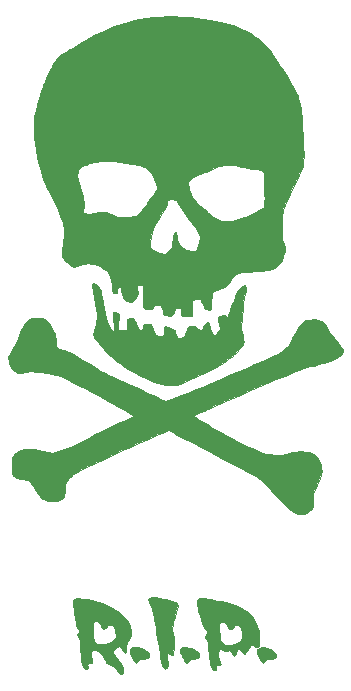
<source format=gbr>
%TF.GenerationSoftware,KiCad,Pcbnew,(5.1.8)-1*%
%TF.CreationDate,2021-10-08T14:09:10-07:00*%
%TF.ProjectId,Halloween,48616c6c-6f77-4656-956e-2e6b69636164,rev?*%
%TF.SameCoordinates,Original*%
%TF.FileFunction,Legend,Top*%
%TF.FilePolarity,Positive*%
%FSLAX46Y46*%
G04 Gerber Fmt 4.6, Leading zero omitted, Abs format (unit mm)*
G04 Created by KiCad (PCBNEW (5.1.8)-1) date 2021-10-08 14:09:10*
%MOMM*%
%LPD*%
G01*
G04 APERTURE LIST*
%ADD10C,0.010000*%
G04 APERTURE END LIST*
D10*
%TO.C,G\u002A\u002A\u002A*%
G36*
X159706638Y-103923941D02*
G01*
X159808334Y-103932185D01*
X160398952Y-104014425D01*
X160982962Y-104147857D01*
X161548120Y-104327308D01*
X162082181Y-104547608D01*
X162572900Y-104803583D01*
X163008031Y-105090061D01*
X163375330Y-105401871D01*
X163438212Y-105465399D01*
X163662797Y-105738706D01*
X163840710Y-106035635D01*
X163965619Y-106340185D01*
X164031196Y-106636356D01*
X164031110Y-106908150D01*
X164024681Y-106947768D01*
X163989840Y-107052519D01*
X163922221Y-107199043D01*
X163835437Y-107358286D01*
X163821158Y-107382217D01*
X163739267Y-107522202D01*
X163686136Y-107633541D01*
X163654056Y-107743749D01*
X163635319Y-107880344D01*
X163622214Y-108070840D01*
X163620705Y-108097723D01*
X163603416Y-108322545D01*
X163577424Y-108465153D01*
X163536997Y-108527947D01*
X163476408Y-108513327D01*
X163389926Y-108423695D01*
X163271822Y-108261450D01*
X163262475Y-108247804D01*
X163166393Y-108112643D01*
X163085982Y-108009518D01*
X163034255Y-107954744D01*
X163024965Y-107950000D01*
X162967737Y-107976679D01*
X162871160Y-108044954D01*
X162756374Y-108137181D01*
X162644518Y-108235713D01*
X162556734Y-108322907D01*
X162517583Y-108373490D01*
X162498204Y-108443765D01*
X162513022Y-108531468D01*
X162567261Y-108646621D01*
X162666147Y-108799249D01*
X162814903Y-108999374D01*
X162901715Y-109110393D01*
X163066858Y-109323427D01*
X163184406Y-109488420D01*
X163262220Y-109621308D01*
X163308163Y-109738026D01*
X163330098Y-109854506D01*
X163335887Y-109986686D01*
X163335893Y-109990327D01*
X163318997Y-110184355D01*
X163269465Y-110310012D01*
X163189646Y-110361902D01*
X163173641Y-110363000D01*
X163125833Y-110332386D01*
X163038318Y-110249620D01*
X162924710Y-110128312D01*
X162829574Y-110019048D01*
X162682806Y-109851594D01*
X162565118Y-109735811D01*
X162455969Y-109654767D01*
X162334816Y-109591532D01*
X162284834Y-109570085D01*
X162145495Y-109509656D01*
X162035174Y-109456693D01*
X161982748Y-109426029D01*
X161944275Y-109374258D01*
X161877393Y-109264369D01*
X161792246Y-109113623D01*
X161717901Y-108975409D01*
X161586840Y-108743244D01*
X161466520Y-108575634D01*
X161340232Y-108457040D01*
X161191268Y-108371922D01*
X161002923Y-108304742D01*
X160993980Y-108302104D01*
X160846901Y-108266908D01*
X160749374Y-108271160D01*
X160691503Y-108325588D01*
X160663390Y-108440919D01*
X160655140Y-108627880D01*
X160655000Y-108669527D01*
X160663179Y-108856054D01*
X160684667Y-109034489D01*
X160714889Y-109167353D01*
X160716235Y-109171245D01*
X160749458Y-109302856D01*
X160727598Y-109375208D01*
X160642892Y-109399254D01*
X160557644Y-109394942D01*
X160425250Y-109404281D01*
X160351782Y-109470033D01*
X160333116Y-109597435D01*
X160340618Y-109670536D01*
X160352211Y-109790564D01*
X160336339Y-109853705D01*
X160294146Y-109882416D01*
X160186589Y-109882109D01*
X160079048Y-109806055D01*
X159977904Y-109662933D01*
X159889541Y-109461424D01*
X159829060Y-109249900D01*
X159803553Y-109103700D01*
X159777722Y-108894555D01*
X159753726Y-108644147D01*
X159733726Y-108374160D01*
X159723479Y-108189788D01*
X159709743Y-107915689D01*
X159696805Y-107712027D01*
X159682530Y-107564627D01*
X159664780Y-107459309D01*
X159641420Y-107381896D01*
X159610314Y-107318212D01*
X159586344Y-107279621D01*
X159499598Y-107138583D01*
X159462117Y-107042673D01*
X159472322Y-106969318D01*
X159528635Y-106895945D01*
X159557527Y-106867440D01*
X159635687Y-106784811D01*
X159678544Y-106724441D01*
X159681334Y-106714535D01*
X159655126Y-106665824D01*
X159588222Y-106579354D01*
X159537832Y-106521371D01*
X159487555Y-106462930D01*
X159448064Y-106404775D01*
X159415599Y-106333595D01*
X159413296Y-106325902D01*
X160765444Y-106325902D01*
X160770248Y-106560198D01*
X160779021Y-106750194D01*
X160797615Y-107045185D01*
X160821997Y-107268831D01*
X160856733Y-107434447D01*
X160906388Y-107555343D01*
X160975527Y-107644835D01*
X161068716Y-107716236D01*
X161120667Y-107746534D01*
X161298937Y-107804934D01*
X161525926Y-107820966D01*
X161777963Y-107796178D01*
X162031380Y-107732121D01*
X162168916Y-107677928D01*
X162339999Y-107584210D01*
X162498294Y-107471105D01*
X162581666Y-107393539D01*
X162671893Y-107281918D01*
X162715635Y-107181984D01*
X162728901Y-107051628D01*
X162729334Y-107005061D01*
X162706852Y-106739083D01*
X162643780Y-106508648D01*
X162546673Y-106324622D01*
X162422091Y-106197871D01*
X162276590Y-106139263D01*
X162206124Y-106138008D01*
X162105619Y-106168084D01*
X162015825Y-106248202D01*
X161955237Y-106330750D01*
X161858461Y-106453762D01*
X161772046Y-106507787D01*
X161687181Y-106490151D01*
X161595059Y-106398177D01*
X161486869Y-106229190D01*
X161459334Y-106180139D01*
X161327874Y-105986234D01*
X161194192Y-105876875D01*
X161058154Y-105851967D01*
X161011213Y-105862762D01*
X160915233Y-105902431D01*
X160845922Y-105956133D01*
X160800024Y-106036315D01*
X160774284Y-106155423D01*
X160765444Y-106325902D01*
X159413296Y-106325902D01*
X159386398Y-106236079D01*
X159356699Y-106098918D01*
X159322743Y-105908800D01*
X159280768Y-105652414D01*
X159265662Y-105558166D01*
X159202169Y-105151302D01*
X159154296Y-104820598D01*
X159121309Y-104559142D01*
X159102477Y-104360022D01*
X159097067Y-104216324D01*
X159104348Y-104121137D01*
X159110674Y-104095019D01*
X159170190Y-104003130D01*
X159284312Y-103945164D01*
X159460606Y-103919357D01*
X159706638Y-103923941D01*
G37*
X159706638Y-103923941D02*
X159808334Y-103932185D01*
X160398952Y-104014425D01*
X160982962Y-104147857D01*
X161548120Y-104327308D01*
X162082181Y-104547608D01*
X162572900Y-104803583D01*
X163008031Y-105090061D01*
X163375330Y-105401871D01*
X163438212Y-105465399D01*
X163662797Y-105738706D01*
X163840710Y-106035635D01*
X163965619Y-106340185D01*
X164031196Y-106636356D01*
X164031110Y-106908150D01*
X164024681Y-106947768D01*
X163989840Y-107052519D01*
X163922221Y-107199043D01*
X163835437Y-107358286D01*
X163821158Y-107382217D01*
X163739267Y-107522202D01*
X163686136Y-107633541D01*
X163654056Y-107743749D01*
X163635319Y-107880344D01*
X163622214Y-108070840D01*
X163620705Y-108097723D01*
X163603416Y-108322545D01*
X163577424Y-108465153D01*
X163536997Y-108527947D01*
X163476408Y-108513327D01*
X163389926Y-108423695D01*
X163271822Y-108261450D01*
X163262475Y-108247804D01*
X163166393Y-108112643D01*
X163085982Y-108009518D01*
X163034255Y-107954744D01*
X163024965Y-107950000D01*
X162967737Y-107976679D01*
X162871160Y-108044954D01*
X162756374Y-108137181D01*
X162644518Y-108235713D01*
X162556734Y-108322907D01*
X162517583Y-108373490D01*
X162498204Y-108443765D01*
X162513022Y-108531468D01*
X162567261Y-108646621D01*
X162666147Y-108799249D01*
X162814903Y-108999374D01*
X162901715Y-109110393D01*
X163066858Y-109323427D01*
X163184406Y-109488420D01*
X163262220Y-109621308D01*
X163308163Y-109738026D01*
X163330098Y-109854506D01*
X163335887Y-109986686D01*
X163335893Y-109990327D01*
X163318997Y-110184355D01*
X163269465Y-110310012D01*
X163189646Y-110361902D01*
X163173641Y-110363000D01*
X163125833Y-110332386D01*
X163038318Y-110249620D01*
X162924710Y-110128312D01*
X162829574Y-110019048D01*
X162682806Y-109851594D01*
X162565118Y-109735811D01*
X162455969Y-109654767D01*
X162334816Y-109591532D01*
X162284834Y-109570085D01*
X162145495Y-109509656D01*
X162035174Y-109456693D01*
X161982748Y-109426029D01*
X161944275Y-109374258D01*
X161877393Y-109264369D01*
X161792246Y-109113623D01*
X161717901Y-108975409D01*
X161586840Y-108743244D01*
X161466520Y-108575634D01*
X161340232Y-108457040D01*
X161191268Y-108371922D01*
X161002923Y-108304742D01*
X160993980Y-108302104D01*
X160846901Y-108266908D01*
X160749374Y-108271160D01*
X160691503Y-108325588D01*
X160663390Y-108440919D01*
X160655140Y-108627880D01*
X160655000Y-108669527D01*
X160663179Y-108856054D01*
X160684667Y-109034489D01*
X160714889Y-109167353D01*
X160716235Y-109171245D01*
X160749458Y-109302856D01*
X160727598Y-109375208D01*
X160642892Y-109399254D01*
X160557644Y-109394942D01*
X160425250Y-109404281D01*
X160351782Y-109470033D01*
X160333116Y-109597435D01*
X160340618Y-109670536D01*
X160352211Y-109790564D01*
X160336339Y-109853705D01*
X160294146Y-109882416D01*
X160186589Y-109882109D01*
X160079048Y-109806055D01*
X159977904Y-109662933D01*
X159889541Y-109461424D01*
X159829060Y-109249900D01*
X159803553Y-109103700D01*
X159777722Y-108894555D01*
X159753726Y-108644147D01*
X159733726Y-108374160D01*
X159723479Y-108189788D01*
X159709743Y-107915689D01*
X159696805Y-107712027D01*
X159682530Y-107564627D01*
X159664780Y-107459309D01*
X159641420Y-107381896D01*
X159610314Y-107318212D01*
X159586344Y-107279621D01*
X159499598Y-107138583D01*
X159462117Y-107042673D01*
X159472322Y-106969318D01*
X159528635Y-106895945D01*
X159557527Y-106867440D01*
X159635687Y-106784811D01*
X159678544Y-106724441D01*
X159681334Y-106714535D01*
X159655126Y-106665824D01*
X159588222Y-106579354D01*
X159537832Y-106521371D01*
X159487555Y-106462930D01*
X159448064Y-106404775D01*
X159415599Y-106333595D01*
X159413296Y-106325902D01*
X160765444Y-106325902D01*
X160770248Y-106560198D01*
X160779021Y-106750194D01*
X160797615Y-107045185D01*
X160821997Y-107268831D01*
X160856733Y-107434447D01*
X160906388Y-107555343D01*
X160975527Y-107644835D01*
X161068716Y-107716236D01*
X161120667Y-107746534D01*
X161298937Y-107804934D01*
X161525926Y-107820966D01*
X161777963Y-107796178D01*
X162031380Y-107732121D01*
X162168916Y-107677928D01*
X162339999Y-107584210D01*
X162498294Y-107471105D01*
X162581666Y-107393539D01*
X162671893Y-107281918D01*
X162715635Y-107181984D01*
X162728901Y-107051628D01*
X162729334Y-107005061D01*
X162706852Y-106739083D01*
X162643780Y-106508648D01*
X162546673Y-106324622D01*
X162422091Y-106197871D01*
X162276590Y-106139263D01*
X162206124Y-106138008D01*
X162105619Y-106168084D01*
X162015825Y-106248202D01*
X161955237Y-106330750D01*
X161858461Y-106453762D01*
X161772046Y-106507787D01*
X161687181Y-106490151D01*
X161595059Y-106398177D01*
X161486869Y-106229190D01*
X161459334Y-106180139D01*
X161327874Y-105986234D01*
X161194192Y-105876875D01*
X161058154Y-105851967D01*
X161011213Y-105862762D01*
X160915233Y-105902431D01*
X160845922Y-105956133D01*
X160800024Y-106036315D01*
X160774284Y-106155423D01*
X160765444Y-106325902D01*
X159413296Y-106325902D01*
X159386398Y-106236079D01*
X159356699Y-106098918D01*
X159322743Y-105908800D01*
X159280768Y-105652414D01*
X159265662Y-105558166D01*
X159202169Y-105151302D01*
X159154296Y-104820598D01*
X159121309Y-104559142D01*
X159102477Y-104360022D01*
X159097067Y-104216324D01*
X159104348Y-104121137D01*
X159110674Y-104095019D01*
X159170190Y-104003130D01*
X159284312Y-103945164D01*
X159460606Y-103919357D01*
X159706638Y-103923941D01*
G36*
X170288955Y-103913965D02*
G01*
X170527810Y-103944398D01*
X170744558Y-103981119D01*
X171013431Y-104034489D01*
X171318561Y-104100616D01*
X171644077Y-104175607D01*
X171974110Y-104255569D01*
X172292790Y-104336609D01*
X172584248Y-104414833D01*
X172832613Y-104486350D01*
X173022017Y-104547265D01*
X173091636Y-104573336D01*
X173542948Y-104797721D01*
X173930020Y-105076929D01*
X174252113Y-105409780D01*
X174508489Y-105795098D01*
X174698408Y-106231702D01*
X174821132Y-106718416D01*
X174875921Y-107254060D01*
X174879000Y-107423622D01*
X174868127Y-107693499D01*
X174833799Y-107884467D01*
X174773454Y-107999669D01*
X174684530Y-108042245D01*
X174564466Y-108015335D01*
X174449863Y-107949701D01*
X174340426Y-107878967D01*
X174259973Y-107833233D01*
X174235204Y-107823770D01*
X174201249Y-107856482D01*
X174130762Y-107946174D01*
X174033957Y-108079235D01*
X173921046Y-108242054D01*
X173918142Y-108246333D01*
X173805209Y-108409742D01*
X173708507Y-108543849D01*
X173638150Y-108635026D01*
X173604253Y-108669643D01*
X173603955Y-108669666D01*
X173565322Y-108639139D01*
X173492285Y-108559811D01*
X173416614Y-108468583D01*
X173277421Y-108303329D01*
X173173672Y-108209125D01*
X173095634Y-108185416D01*
X173033574Y-108231645D01*
X172977761Y-108347254D01*
X172945747Y-108441650D01*
X172893220Y-108580743D01*
X172835790Y-108692182D01*
X172802805Y-108734851D01*
X172761468Y-108761986D01*
X172717742Y-108754860D01*
X172656151Y-108703668D01*
X172561219Y-108598604D01*
X172529595Y-108561757D01*
X172327068Y-108324696D01*
X172126172Y-108352326D01*
X171963986Y-108360325D01*
X171825529Y-108325707D01*
X171752825Y-108291978D01*
X171640418Y-108238898D01*
X171557934Y-108207579D01*
X171539357Y-108204000D01*
X171505151Y-108241674D01*
X171463688Y-108338546D01*
X171422167Y-108470393D01*
X171387789Y-108612988D01*
X171367752Y-108742108D01*
X171365334Y-108789522D01*
X171384756Y-108889778D01*
X171435880Y-109033555D01*
X171507995Y-109191098D01*
X171514315Y-109203338D01*
X171594191Y-109370873D01*
X171622922Y-109478433D01*
X171597918Y-109535398D01*
X171516594Y-109551152D01*
X171420872Y-109542121D01*
X171291830Y-109548707D01*
X171218087Y-109617021D01*
X171195885Y-109751030D01*
X171196863Y-109778798D01*
X171201031Y-109891853D01*
X171200366Y-109970436D01*
X171200289Y-109971416D01*
X171163177Y-110015185D01*
X171082678Y-110021119D01*
X170989564Y-109992236D01*
X170925133Y-109944417D01*
X170847244Y-109834188D01*
X170780065Y-109683513D01*
X170721986Y-109484680D01*
X170671398Y-109229976D01*
X170626692Y-108911690D01*
X170586259Y-108522109D01*
X170558431Y-108187154D01*
X170538251Y-107937990D01*
X170519503Y-107756143D01*
X170498645Y-107624408D01*
X170472131Y-107525584D01*
X170436418Y-107442466D01*
X170387962Y-107357850D01*
X170387422Y-107356972D01*
X170319504Y-107240598D01*
X170274924Y-107152724D01*
X170264667Y-107121833D01*
X170291753Y-107072044D01*
X170359807Y-106989247D01*
X170392870Y-106953925D01*
X170521073Y-106821653D01*
X170358264Y-106634410D01*
X170256243Y-106484607D01*
X170146192Y-106267208D01*
X170139426Y-106251063D01*
X171494418Y-106251063D01*
X171497107Y-106412897D01*
X171505536Y-106641618D01*
X171508856Y-106721042D01*
X171525066Y-107023598D01*
X171547442Y-107254971D01*
X171580101Y-107428619D01*
X171627163Y-107558003D01*
X171692749Y-107656579D01*
X171780977Y-107737808D01*
X171831000Y-107773526D01*
X171915117Y-107823674D01*
X171998714Y-107851692D01*
X172107690Y-107861908D01*
X172267945Y-107858649D01*
X172324375Y-107855969D01*
X172533978Y-107838397D01*
X172700190Y-107803557D01*
X172863991Y-107741292D01*
X172948582Y-107701251D01*
X173174027Y-107571991D01*
X173325408Y-107436699D01*
X173412952Y-107281420D01*
X173446892Y-107092199D01*
X173448070Y-107019847D01*
X173419645Y-106718808D01*
X173345472Y-106476522D01*
X173228230Y-106298321D01*
X173070595Y-106189540D01*
X173023125Y-106173230D01*
X172927289Y-106159392D01*
X172844012Y-106185656D01*
X172757177Y-106262842D01*
X172650669Y-106401768D01*
X172622774Y-106442018D01*
X172531219Y-106535317D01*
X172437019Y-106548742D01*
X172337733Y-106481130D01*
X172230918Y-106331315D01*
X172175780Y-106228918D01*
X172053227Y-106040872D01*
X171916595Y-105930897D01*
X171770986Y-105900909D01*
X171621502Y-105952828D01*
X171560819Y-105997769D01*
X171530671Y-106029469D01*
X171510213Y-106073091D01*
X171498458Y-106142375D01*
X171494418Y-106251063D01*
X170139426Y-106251063D01*
X170033450Y-105998222D01*
X169923356Y-105693658D01*
X169821250Y-105369524D01*
X169732469Y-105041829D01*
X169662355Y-104726582D01*
X169616244Y-104439791D01*
X169611070Y-104394000D01*
X169605191Y-104206875D01*
X169636947Y-104067459D01*
X169713768Y-103972105D01*
X169843088Y-103917168D01*
X170032340Y-103899003D01*
X170288955Y-103913965D01*
G37*
X170288955Y-103913965D02*
X170527810Y-103944398D01*
X170744558Y-103981119D01*
X171013431Y-104034489D01*
X171318561Y-104100616D01*
X171644077Y-104175607D01*
X171974110Y-104255569D01*
X172292790Y-104336609D01*
X172584248Y-104414833D01*
X172832613Y-104486350D01*
X173022017Y-104547265D01*
X173091636Y-104573336D01*
X173542948Y-104797721D01*
X173930020Y-105076929D01*
X174252113Y-105409780D01*
X174508489Y-105795098D01*
X174698408Y-106231702D01*
X174821132Y-106718416D01*
X174875921Y-107254060D01*
X174879000Y-107423622D01*
X174868127Y-107693499D01*
X174833799Y-107884467D01*
X174773454Y-107999669D01*
X174684530Y-108042245D01*
X174564466Y-108015335D01*
X174449863Y-107949701D01*
X174340426Y-107878967D01*
X174259973Y-107833233D01*
X174235204Y-107823770D01*
X174201249Y-107856482D01*
X174130762Y-107946174D01*
X174033957Y-108079235D01*
X173921046Y-108242054D01*
X173918142Y-108246333D01*
X173805209Y-108409742D01*
X173708507Y-108543849D01*
X173638150Y-108635026D01*
X173604253Y-108669643D01*
X173603955Y-108669666D01*
X173565322Y-108639139D01*
X173492285Y-108559811D01*
X173416614Y-108468583D01*
X173277421Y-108303329D01*
X173173672Y-108209125D01*
X173095634Y-108185416D01*
X173033574Y-108231645D01*
X172977761Y-108347254D01*
X172945747Y-108441650D01*
X172893220Y-108580743D01*
X172835790Y-108692182D01*
X172802805Y-108734851D01*
X172761468Y-108761986D01*
X172717742Y-108754860D01*
X172656151Y-108703668D01*
X172561219Y-108598604D01*
X172529595Y-108561757D01*
X172327068Y-108324696D01*
X172126172Y-108352326D01*
X171963986Y-108360325D01*
X171825529Y-108325707D01*
X171752825Y-108291978D01*
X171640418Y-108238898D01*
X171557934Y-108207579D01*
X171539357Y-108204000D01*
X171505151Y-108241674D01*
X171463688Y-108338546D01*
X171422167Y-108470393D01*
X171387789Y-108612988D01*
X171367752Y-108742108D01*
X171365334Y-108789522D01*
X171384756Y-108889778D01*
X171435880Y-109033555D01*
X171507995Y-109191098D01*
X171514315Y-109203338D01*
X171594191Y-109370873D01*
X171622922Y-109478433D01*
X171597918Y-109535398D01*
X171516594Y-109551152D01*
X171420872Y-109542121D01*
X171291830Y-109548707D01*
X171218087Y-109617021D01*
X171195885Y-109751030D01*
X171196863Y-109778798D01*
X171201031Y-109891853D01*
X171200366Y-109970436D01*
X171200289Y-109971416D01*
X171163177Y-110015185D01*
X171082678Y-110021119D01*
X170989564Y-109992236D01*
X170925133Y-109944417D01*
X170847244Y-109834188D01*
X170780065Y-109683513D01*
X170721986Y-109484680D01*
X170671398Y-109229976D01*
X170626692Y-108911690D01*
X170586259Y-108522109D01*
X170558431Y-108187154D01*
X170538251Y-107937990D01*
X170519503Y-107756143D01*
X170498645Y-107624408D01*
X170472131Y-107525584D01*
X170436418Y-107442466D01*
X170387962Y-107357850D01*
X170387422Y-107356972D01*
X170319504Y-107240598D01*
X170274924Y-107152724D01*
X170264667Y-107121833D01*
X170291753Y-107072044D01*
X170359807Y-106989247D01*
X170392870Y-106953925D01*
X170521073Y-106821653D01*
X170358264Y-106634410D01*
X170256243Y-106484607D01*
X170146192Y-106267208D01*
X170139426Y-106251063D01*
X171494418Y-106251063D01*
X171497107Y-106412897D01*
X171505536Y-106641618D01*
X171508856Y-106721042D01*
X171525066Y-107023598D01*
X171547442Y-107254971D01*
X171580101Y-107428619D01*
X171627163Y-107558003D01*
X171692749Y-107656579D01*
X171780977Y-107737808D01*
X171831000Y-107773526D01*
X171915117Y-107823674D01*
X171998714Y-107851692D01*
X172107690Y-107861908D01*
X172267945Y-107858649D01*
X172324375Y-107855969D01*
X172533978Y-107838397D01*
X172700190Y-107803557D01*
X172863991Y-107741292D01*
X172948582Y-107701251D01*
X173174027Y-107571991D01*
X173325408Y-107436699D01*
X173412952Y-107281420D01*
X173446892Y-107092199D01*
X173448070Y-107019847D01*
X173419645Y-106718808D01*
X173345472Y-106476522D01*
X173228230Y-106298321D01*
X173070595Y-106189540D01*
X173023125Y-106173230D01*
X172927289Y-106159392D01*
X172844012Y-106185656D01*
X172757177Y-106262842D01*
X172650669Y-106401768D01*
X172622774Y-106442018D01*
X172531219Y-106535317D01*
X172437019Y-106548742D01*
X172337733Y-106481130D01*
X172230918Y-106331315D01*
X172175780Y-106228918D01*
X172053227Y-106040872D01*
X171916595Y-105930897D01*
X171770986Y-105900909D01*
X171621502Y-105952828D01*
X171560819Y-105997769D01*
X171530671Y-106029469D01*
X171510213Y-106073091D01*
X171498458Y-106142375D01*
X171494418Y-106251063D01*
X170139426Y-106251063D01*
X170033450Y-105998222D01*
X169923356Y-105693658D01*
X169821250Y-105369524D01*
X169732469Y-105041829D01*
X169662355Y-104726582D01*
X169616244Y-104439791D01*
X169611070Y-104394000D01*
X169605191Y-104206875D01*
X169636947Y-104067459D01*
X169713768Y-103972105D01*
X169843088Y-103917168D01*
X170032340Y-103899003D01*
X170288955Y-103913965D01*
G36*
X166155804Y-103838237D02*
G01*
X166425152Y-103876950D01*
X166712324Y-103931885D01*
X167001988Y-103999580D01*
X167278815Y-104076571D01*
X167527474Y-104159394D01*
X167732635Y-104244586D01*
X167878967Y-104328684D01*
X167934075Y-104379577D01*
X167987079Y-104467663D01*
X167999907Y-104533826D01*
X167999761Y-104534285D01*
X167837491Y-105043624D01*
X167709464Y-105481191D01*
X167614445Y-105852085D01*
X167551197Y-106161409D01*
X167518487Y-106414263D01*
X167513000Y-106544392D01*
X167524998Y-106683128D01*
X167556531Y-106864287D01*
X167600909Y-107049790D01*
X167603290Y-107058299D01*
X167642376Y-107209535D01*
X167666517Y-107345143D01*
X167677631Y-107490131D01*
X167677638Y-107669509D01*
X167668489Y-107907666D01*
X167647928Y-108205555D01*
X167617801Y-108450415D01*
X167579772Y-108632218D01*
X167535506Y-108740932D01*
X167528743Y-108749945D01*
X167488836Y-108738598D01*
X167402707Y-108691011D01*
X167343045Y-108653113D01*
X167234399Y-108592144D01*
X167150805Y-108564628D01*
X167126152Y-108567447D01*
X167105890Y-108622033D01*
X167098413Y-108754427D01*
X167103645Y-108967050D01*
X167110012Y-109087613D01*
X167120870Y-109355882D01*
X167115476Y-109553264D01*
X167091449Y-109692395D01*
X167046407Y-109785911D01*
X166977967Y-109846447D01*
X166965663Y-109853396D01*
X166887179Y-109874725D01*
X166813742Y-109832424D01*
X166796765Y-109816098D01*
X166723803Y-109706378D01*
X166652317Y-109523272D01*
X166581560Y-109264015D01*
X166510787Y-108925841D01*
X166439250Y-108505986D01*
X166433886Y-108471472D01*
X166398788Y-108246959D01*
X166352724Y-107956388D01*
X166298503Y-107617242D01*
X166238932Y-107247002D01*
X166176817Y-106863150D01*
X166114965Y-106483168D01*
X166095238Y-106362500D01*
X166032791Y-105982329D01*
X165981284Y-105674794D01*
X165938158Y-105428948D01*
X165900857Y-105233843D01*
X165866822Y-105078532D01*
X165833496Y-104952066D01*
X165798321Y-104843499D01*
X165758739Y-104741883D01*
X165712193Y-104636269D01*
X165671402Y-104548335D01*
X165568394Y-104313347D01*
X165510147Y-104138393D01*
X165495641Y-104012289D01*
X165523854Y-103923848D01*
X165593764Y-103861885D01*
X165608000Y-103854070D01*
X165731897Y-103823334D01*
X165919609Y-103819211D01*
X166155804Y-103838237D01*
G37*
X166155804Y-103838237D02*
X166425152Y-103876950D01*
X166712324Y-103931885D01*
X167001988Y-103999580D01*
X167278815Y-104076571D01*
X167527474Y-104159394D01*
X167732635Y-104244586D01*
X167878967Y-104328684D01*
X167934075Y-104379577D01*
X167987079Y-104467663D01*
X167999907Y-104533826D01*
X167999761Y-104534285D01*
X167837491Y-105043624D01*
X167709464Y-105481191D01*
X167614445Y-105852085D01*
X167551197Y-106161409D01*
X167518487Y-106414263D01*
X167513000Y-106544392D01*
X167524998Y-106683128D01*
X167556531Y-106864287D01*
X167600909Y-107049790D01*
X167603290Y-107058299D01*
X167642376Y-107209535D01*
X167666517Y-107345143D01*
X167677631Y-107490131D01*
X167677638Y-107669509D01*
X167668489Y-107907666D01*
X167647928Y-108205555D01*
X167617801Y-108450415D01*
X167579772Y-108632218D01*
X167535506Y-108740932D01*
X167528743Y-108749945D01*
X167488836Y-108738598D01*
X167402707Y-108691011D01*
X167343045Y-108653113D01*
X167234399Y-108592144D01*
X167150805Y-108564628D01*
X167126152Y-108567447D01*
X167105890Y-108622033D01*
X167098413Y-108754427D01*
X167103645Y-108967050D01*
X167110012Y-109087613D01*
X167120870Y-109355882D01*
X167115476Y-109553264D01*
X167091449Y-109692395D01*
X167046407Y-109785911D01*
X166977967Y-109846447D01*
X166965663Y-109853396D01*
X166887179Y-109874725D01*
X166813742Y-109832424D01*
X166796765Y-109816098D01*
X166723803Y-109706378D01*
X166652317Y-109523272D01*
X166581560Y-109264015D01*
X166510787Y-108925841D01*
X166439250Y-108505986D01*
X166433886Y-108471472D01*
X166398788Y-108246959D01*
X166352724Y-107956388D01*
X166298503Y-107617242D01*
X166238932Y-107247002D01*
X166176817Y-106863150D01*
X166114965Y-106483168D01*
X166095238Y-106362500D01*
X166032791Y-105982329D01*
X165981284Y-105674794D01*
X165938158Y-105428948D01*
X165900857Y-105233843D01*
X165866822Y-105078532D01*
X165833496Y-104952066D01*
X165798321Y-104843499D01*
X165758739Y-104741883D01*
X165712193Y-104636269D01*
X165671402Y-104548335D01*
X165568394Y-104313347D01*
X165510147Y-104138393D01*
X165495641Y-104012289D01*
X165523854Y-103923848D01*
X165593764Y-103861885D01*
X165608000Y-103854070D01*
X165731897Y-103823334D01*
X165919609Y-103819211D01*
X166155804Y-103838237D01*
G36*
X164588181Y-108065993D02*
G01*
X164846543Y-108129298D01*
X165101301Y-108230723D01*
X165313208Y-108353234D01*
X165451648Y-108480093D01*
X165533951Y-108620372D01*
X165557263Y-108757815D01*
X165518731Y-108876168D01*
X165419284Y-108957484D01*
X165321383Y-108987274D01*
X165173896Y-109015960D01*
X165036101Y-109034207D01*
X164881596Y-109053871D01*
X164782223Y-109082795D01*
X164708571Y-109134852D01*
X164631232Y-109223917D01*
X164629609Y-109225965D01*
X164542372Y-109331285D01*
X164482911Y-109377688D01*
X164427687Y-109373601D01*
X164353157Y-109327450D01*
X164350772Y-109325780D01*
X164277616Y-109239756D01*
X164230648Y-109124697D01*
X164194624Y-109016042D01*
X164129702Y-108868553D01*
X164057963Y-108729098D01*
X163955404Y-108511580D01*
X163918808Y-108341957D01*
X163949081Y-108213944D01*
X164047123Y-108121255D01*
X164151867Y-108075558D01*
X164349021Y-108046263D01*
X164588181Y-108065993D01*
G37*
X164588181Y-108065993D02*
X164846543Y-108129298D01*
X165101301Y-108230723D01*
X165313208Y-108353234D01*
X165451648Y-108480093D01*
X165533951Y-108620372D01*
X165557263Y-108757815D01*
X165518731Y-108876168D01*
X165419284Y-108957484D01*
X165321383Y-108987274D01*
X165173896Y-109015960D01*
X165036101Y-109034207D01*
X164881596Y-109053871D01*
X164782223Y-109082795D01*
X164708571Y-109134852D01*
X164631232Y-109223917D01*
X164629609Y-109225965D01*
X164542372Y-109331285D01*
X164482911Y-109377688D01*
X164427687Y-109373601D01*
X164353157Y-109327450D01*
X164350772Y-109325780D01*
X164277616Y-109239756D01*
X164230648Y-109124697D01*
X164194624Y-109016042D01*
X164129702Y-108868553D01*
X164057963Y-108729098D01*
X163955404Y-108511580D01*
X163918808Y-108341957D01*
X163949081Y-108213944D01*
X164047123Y-108121255D01*
X164151867Y-108075558D01*
X164349021Y-108046263D01*
X164588181Y-108065993D01*
G36*
X168877306Y-108081052D02*
G01*
X169116701Y-108148472D01*
X169348161Y-108240065D01*
X169547802Y-108347477D01*
X169691738Y-108462353D01*
X169712724Y-108486736D01*
X169774867Y-108608903D01*
X169796787Y-108746266D01*
X169776590Y-108866409D01*
X169738149Y-108921467D01*
X169669673Y-108951365D01*
X169541541Y-108986136D01*
X169378022Y-109019482D01*
X169328210Y-109027864D01*
X169122621Y-109067884D01*
X168991036Y-109111477D01*
X168922793Y-109162182D01*
X168922590Y-109162463D01*
X168818228Y-109299329D01*
X168741661Y-109370148D01*
X168676953Y-109381372D01*
X168608168Y-109339453D01*
X168571334Y-109304666D01*
X168508118Y-109215334D01*
X168486667Y-109142397D01*
X168467677Y-109070755D01*
X168417117Y-108947791D01*
X168344601Y-108796159D01*
X168317334Y-108743390D01*
X168239978Y-108589790D01*
X168181172Y-108460123D01*
X168150395Y-108375796D01*
X168148000Y-108361035D01*
X168184468Y-108255584D01*
X168276724Y-108151877D01*
X168399049Y-108074566D01*
X168470251Y-108052148D01*
X168653861Y-108046159D01*
X168877306Y-108081052D01*
G37*
X168877306Y-108081052D02*
X169116701Y-108148472D01*
X169348161Y-108240065D01*
X169547802Y-108347477D01*
X169691738Y-108462353D01*
X169712724Y-108486736D01*
X169774867Y-108608903D01*
X169796787Y-108746266D01*
X169776590Y-108866409D01*
X169738149Y-108921467D01*
X169669673Y-108951365D01*
X169541541Y-108986136D01*
X169378022Y-109019482D01*
X169328210Y-109027864D01*
X169122621Y-109067884D01*
X168991036Y-109111477D01*
X168922793Y-109162182D01*
X168922590Y-109162463D01*
X168818228Y-109299329D01*
X168741661Y-109370148D01*
X168676953Y-109381372D01*
X168608168Y-109339453D01*
X168571334Y-109304666D01*
X168508118Y-109215334D01*
X168486667Y-109142397D01*
X168467677Y-109070755D01*
X168417117Y-108947791D01*
X168344601Y-108796159D01*
X168317334Y-108743390D01*
X168239978Y-108589790D01*
X168181172Y-108460123D01*
X168150395Y-108375796D01*
X168148000Y-108361035D01*
X168184468Y-108255584D01*
X168276724Y-108151877D01*
X168399049Y-108074566D01*
X168470251Y-108052148D01*
X168653861Y-108046159D01*
X168877306Y-108081052D01*
G36*
X175290848Y-108058259D02*
G01*
X175525738Y-108104824D01*
X175758330Y-108186076D01*
X175970900Y-108298281D01*
X176145723Y-108437707D01*
X176169813Y-108463182D01*
X176282056Y-108622252D01*
X176313389Y-108759076D01*
X176265130Y-108871587D01*
X176138597Y-108957720D01*
X175935107Y-109015408D01*
X175806692Y-109032765D01*
X175647922Y-109051525D01*
X175545992Y-109077479D01*
X175473245Y-109123200D01*
X175402025Y-109201260D01*
X175382602Y-109225552D01*
X175295262Y-109331026D01*
X175235759Y-109377600D01*
X175180601Y-109373707D01*
X175106298Y-109327782D01*
X175103438Y-109325780D01*
X175030283Y-109239756D01*
X174983315Y-109124697D01*
X174947291Y-109016042D01*
X174882369Y-108868553D01*
X174810630Y-108729098D01*
X174712044Y-108524282D01*
X174673292Y-108366420D01*
X174693116Y-108243850D01*
X174749639Y-108164027D01*
X174885074Y-108084127D01*
X175071385Y-108050116D01*
X175290848Y-108058259D01*
G37*
X175290848Y-108058259D02*
X175525738Y-108104824D01*
X175758330Y-108186076D01*
X175970900Y-108298281D01*
X176145723Y-108437707D01*
X176169813Y-108463182D01*
X176282056Y-108622252D01*
X176313389Y-108759076D01*
X176265130Y-108871587D01*
X176138597Y-108957720D01*
X175935107Y-109015408D01*
X175806692Y-109032765D01*
X175647922Y-109051525D01*
X175545992Y-109077479D01*
X175473245Y-109123200D01*
X175402025Y-109201260D01*
X175382602Y-109225552D01*
X175295262Y-109331026D01*
X175235759Y-109377600D01*
X175180601Y-109373707D01*
X175106298Y-109327782D01*
X175103438Y-109325780D01*
X175030283Y-109239756D01*
X174983315Y-109124697D01*
X174947291Y-109016042D01*
X174882369Y-108868553D01*
X174810630Y-108729098D01*
X174712044Y-108524282D01*
X174673292Y-108366420D01*
X174693116Y-108243850D01*
X174749639Y-108164027D01*
X174885074Y-108084127D01*
X175071385Y-108050116D01*
X175290848Y-108058259D01*
G36*
X178265891Y-96777351D02*
G01*
X178142293Y-96756068D01*
X178014451Y-96710107D01*
X177850656Y-96630887D01*
X177844036Y-96627485D01*
X177653107Y-96509066D01*
X177419092Y-96329282D01*
X177146183Y-96092088D01*
X176838571Y-95801437D01*
X176500449Y-95461285D01*
X176136010Y-95075586D01*
X175768207Y-94669429D01*
X175580675Y-94459564D01*
X175406654Y-94267072D01*
X175254588Y-94101113D01*
X175132917Y-93970846D01*
X175050084Y-93885432D01*
X175019457Y-93857021D01*
X174933154Y-93799391D01*
X174779345Y-93707137D01*
X174562224Y-93582526D01*
X174285984Y-93427826D01*
X173954821Y-93245306D01*
X173572927Y-93037233D01*
X173144498Y-92805875D01*
X172673726Y-92553501D01*
X172164806Y-92282378D01*
X171621933Y-91994775D01*
X171049300Y-91692959D01*
X170451100Y-91379198D01*
X170046458Y-91167789D01*
X169599781Y-90934920D01*
X169173848Y-90713140D01*
X168774050Y-90505242D01*
X168405781Y-90314017D01*
X168074434Y-90142256D01*
X167785399Y-89992750D01*
X167544072Y-89868292D01*
X167355843Y-89771671D01*
X167226105Y-89705680D01*
X167160251Y-89673110D01*
X167152983Y-89670064D01*
X167112060Y-89686213D01*
X167003715Y-89732852D01*
X166834007Y-89807267D01*
X166608995Y-89906746D01*
X166334738Y-90028577D01*
X166017297Y-90170046D01*
X165662730Y-90328440D01*
X165277097Y-90501046D01*
X164866457Y-90685153D01*
X164436870Y-90878046D01*
X163994394Y-91077013D01*
X163545090Y-91279342D01*
X163095016Y-91482319D01*
X162650233Y-91683231D01*
X162216799Y-91879366D01*
X162092318Y-91935769D01*
X161731010Y-92100867D01*
X161363358Y-92271315D01*
X161002582Y-92440815D01*
X160661904Y-92603067D01*
X160354543Y-92751773D01*
X160093722Y-92880633D01*
X159892661Y-92983349D01*
X159884019Y-92987894D01*
X159630200Y-93123194D01*
X159433373Y-93233119D01*
X159278209Y-93327960D01*
X159149382Y-93418010D01*
X159031566Y-93513560D01*
X158909433Y-93624904D01*
X158848875Y-93683006D01*
X158696603Y-93834073D01*
X158592197Y-93949236D01*
X158523017Y-94045897D01*
X158476426Y-94141458D01*
X158443131Y-94241698D01*
X158395980Y-94505832D01*
X158402417Y-94663231D01*
X158409310Y-94809462D01*
X158399769Y-94988454D01*
X158382978Y-95116853D01*
X158334409Y-95303440D01*
X158254923Y-95440970D01*
X158131639Y-95540479D01*
X157951678Y-95613001D01*
X157747742Y-95661048D01*
X157494232Y-95696122D01*
X157259112Y-95694371D01*
X157011493Y-95653555D01*
X156783153Y-95591122D01*
X156643277Y-95541240D01*
X156532989Y-95479906D01*
X156425488Y-95388747D01*
X156309101Y-95266166D01*
X156174921Y-95101840D01*
X156035726Y-94905848D01*
X155920784Y-94719509D01*
X155916973Y-94712599D01*
X155788741Y-94493023D01*
X155656813Y-94291992D01*
X155531808Y-94124076D01*
X155424342Y-94003841D01*
X155365572Y-93956052D01*
X155294887Y-93928977D01*
X155164851Y-93893216D01*
X154995553Y-93853902D01*
X154849417Y-93824123D01*
X154598234Y-93774299D01*
X154412843Y-93731817D01*
X154279407Y-93691321D01*
X154184090Y-93647454D01*
X154113055Y-93594860D01*
X154052466Y-93528180D01*
X154038460Y-93510167D01*
X153995482Y-93451127D01*
X153965415Y-93395452D01*
X153945960Y-93327861D01*
X153934818Y-93233072D01*
X153929689Y-93095804D01*
X153928274Y-92900777D01*
X153928240Y-92777647D01*
X153933339Y-92468083D01*
X153950945Y-92224764D01*
X153984893Y-92033766D01*
X154039014Y-91881166D01*
X154117142Y-91753041D01*
X154223110Y-91635469D01*
X154249562Y-91610537D01*
X154473452Y-91451546D01*
X154747954Y-91342938D01*
X155078426Y-91283180D01*
X155439937Y-91270091D01*
X155789655Y-91291358D01*
X156183965Y-91340880D01*
X156593804Y-91414092D01*
X156990109Y-91506433D01*
X157052483Y-91523274D01*
X157354711Y-91606654D01*
X157837357Y-91481128D01*
X158444812Y-91293970D01*
X159087375Y-91039138D01*
X159766738Y-90715892D01*
X160484598Y-90323490D01*
X160487949Y-90321549D01*
X161007806Y-90032026D01*
X161592633Y-89727442D01*
X162229615Y-89413983D01*
X162905938Y-89097836D01*
X163608785Y-88785188D01*
X164128351Y-88563931D01*
X164224650Y-88520889D01*
X164256613Y-88489722D01*
X164234628Y-88451996D01*
X164206675Y-88424936D01*
X164142986Y-88379307D01*
X164014717Y-88299634D01*
X163828559Y-88189579D01*
X163591207Y-88052807D01*
X163309354Y-87892980D01*
X162989695Y-87713762D01*
X162638921Y-87518817D01*
X162263728Y-87311807D01*
X161870808Y-87096397D01*
X161466855Y-86876249D01*
X161058562Y-86655027D01*
X160652624Y-86436394D01*
X160255733Y-86224015D01*
X159874584Y-86021551D01*
X159515869Y-85832667D01*
X159186282Y-85661025D01*
X158892517Y-85510290D01*
X158745968Y-85436284D01*
X158483138Y-85307786D01*
X158252415Y-85204220D01*
X158035877Y-85120011D01*
X157815601Y-85049585D01*
X157573665Y-84987367D01*
X157292147Y-84927783D01*
X156953126Y-84865260D01*
X156854808Y-84848087D01*
X156476664Y-84785428D01*
X156162095Y-84740784D01*
X155896237Y-84713474D01*
X155664226Y-84702818D01*
X155451199Y-84708134D01*
X155242293Y-84728742D01*
X155022644Y-84763960D01*
X155021753Y-84764124D01*
X154812388Y-84796719D01*
X154628945Y-84814166D01*
X154494562Y-84814477D01*
X154470531Y-84811508D01*
X154245204Y-84735540D01*
X154041640Y-84596457D01*
X153883447Y-84411759D01*
X153848595Y-84350523D01*
X153776742Y-84178729D01*
X153714722Y-83975996D01*
X153668196Y-83767978D01*
X153642822Y-83580327D01*
X153644262Y-83438697D01*
X153645623Y-83430567D01*
X153681291Y-83336954D01*
X153754356Y-83205995D01*
X153850680Y-83062360D01*
X153876714Y-83027392D01*
X154068861Y-82750833D01*
X154226763Y-82464705D01*
X154365288Y-82140359D01*
X154429156Y-81963000D01*
X154571309Y-81589847D01*
X154732167Y-81238354D01*
X154904895Y-80920090D01*
X155082658Y-80646625D01*
X155258621Y-80429527D01*
X155421348Y-80283581D01*
X155505362Y-80226815D01*
X155577835Y-80189848D01*
X155659172Y-80168439D01*
X155769779Y-80158346D01*
X155930060Y-80155326D01*
X156039158Y-80155143D01*
X156219467Y-80157730D01*
X156369203Y-80164732D01*
X156470428Y-80175009D01*
X156504307Y-80184699D01*
X156558084Y-80217626D01*
X156655138Y-80262844D01*
X156685440Y-80275413D01*
X156859587Y-80383968D01*
X157039928Y-80570691D01*
X157224710Y-80833506D01*
X157366817Y-81082445D01*
X157456775Y-81255269D01*
X157521772Y-81392769D01*
X157567226Y-81515392D01*
X157598558Y-81643586D01*
X157621185Y-81797799D01*
X157640527Y-81998478D01*
X157654150Y-82166616D01*
X157671003Y-82366224D01*
X157687109Y-82502067D01*
X157707037Y-82590839D01*
X157735359Y-82649233D01*
X157776645Y-82693945D01*
X157804968Y-82717501D01*
X157908562Y-82775946D01*
X158054260Y-82829538D01*
X158161365Y-82856328D01*
X158349270Y-82901636D01*
X158543428Y-82967676D01*
X158755840Y-83060102D01*
X158998509Y-83184571D01*
X159283436Y-83346738D01*
X159572476Y-83521315D01*
X159999543Y-83783997D01*
X160367454Y-84009417D01*
X160685654Y-84202691D01*
X160963590Y-84368933D01*
X161210708Y-84513256D01*
X161436454Y-84640776D01*
X161650274Y-84756606D01*
X161861616Y-84865860D01*
X162079924Y-84973652D01*
X162314646Y-85085098D01*
X162575227Y-85205310D01*
X162871114Y-85339403D01*
X163211753Y-85492492D01*
X163221206Y-85496734D01*
X163609512Y-85671694D01*
X164013163Y-85854917D01*
X164421873Y-86041638D01*
X164825359Y-86227089D01*
X165213335Y-86406505D01*
X165575518Y-86575121D01*
X165901621Y-86728170D01*
X166181361Y-86860886D01*
X166404452Y-86968503D01*
X166513880Y-87022571D01*
X166950709Y-87241649D01*
X167661192Y-86966805D01*
X168075621Y-86804599D01*
X168531811Y-86622647D01*
X169023319Y-86423721D01*
X169543705Y-86210592D01*
X170086526Y-85986032D01*
X170645340Y-85752812D01*
X171213704Y-85513704D01*
X171785178Y-85271479D01*
X172353319Y-85028908D01*
X172911686Y-84788763D01*
X173453835Y-84553814D01*
X173973326Y-84326835D01*
X174463715Y-84110595D01*
X174918562Y-83907867D01*
X175331425Y-83721422D01*
X175695860Y-83554031D01*
X176005427Y-83408465D01*
X176253683Y-83287497D01*
X176434187Y-83193897D01*
X176445333Y-83187770D01*
X176679323Y-83051443D01*
X176878057Y-82916977D01*
X177076722Y-82759521D01*
X177190179Y-82661628D01*
X177311939Y-82547679D01*
X177408588Y-82436764D01*
X177492848Y-82309470D01*
X177577435Y-82146381D01*
X177675068Y-81928082D01*
X177683267Y-81908953D01*
X177813018Y-81629372D01*
X177966323Y-81336716D01*
X178128260Y-81057564D01*
X178283907Y-80818497D01*
X178335067Y-80747974D01*
X178484996Y-80578643D01*
X178651029Y-80458264D01*
X178852783Y-80376685D01*
X179109872Y-80323756D01*
X179170705Y-80315584D01*
X179537476Y-80292655D01*
X179844788Y-80323354D01*
X180093555Y-80407856D01*
X180265001Y-80527082D01*
X180320015Y-80594402D01*
X180403322Y-80715304D01*
X180503860Y-80872990D01*
X180610568Y-81050662D01*
X180616527Y-81060904D01*
X180813016Y-81371869D01*
X181033012Y-81662191D01*
X181271547Y-81932938D01*
X181436362Y-82113399D01*
X181562084Y-82262911D01*
X181663557Y-82403560D01*
X181755621Y-82557434D01*
X181853120Y-82746619D01*
X181940069Y-82927783D01*
X181962381Y-83016000D01*
X181935757Y-83066879D01*
X181892919Y-83146806D01*
X181888191Y-83179900D01*
X181856145Y-83229908D01*
X181770782Y-83308860D01*
X181648264Y-83404782D01*
X181504754Y-83505695D01*
X181356415Y-83599623D01*
X181222952Y-83672853D01*
X181082481Y-83731627D01*
X180868486Y-83806513D01*
X180586114Y-83895927D01*
X180240512Y-83998284D01*
X179836826Y-84112000D01*
X179489302Y-84206398D01*
X179207393Y-84283348D01*
X178921874Y-84363872D01*
X178652625Y-84442179D01*
X178419524Y-84512477D01*
X178242450Y-84568975D01*
X178227477Y-84574020D01*
X178021496Y-84648355D01*
X177747590Y-84754292D01*
X177411023Y-84889590D01*
X177017059Y-85052007D01*
X176570962Y-85239302D01*
X176077995Y-85449233D01*
X175543422Y-85679558D01*
X174972507Y-85928035D01*
X174370515Y-86192424D01*
X173742708Y-86470482D01*
X173094350Y-86759968D01*
X173093481Y-86760358D01*
X172673523Y-86948440D01*
X172252754Y-87136565D01*
X171841052Y-87320337D01*
X171448295Y-87495362D01*
X171084360Y-87657242D01*
X170759125Y-87801582D01*
X170482469Y-87923987D01*
X170264268Y-88020061D01*
X170175968Y-88058684D01*
X169942507Y-88161637D01*
X169732438Y-88256531D01*
X169557722Y-88337782D01*
X169430322Y-88399802D01*
X169362199Y-88437005D01*
X169355983Y-88441634D01*
X169370450Y-88478153D01*
X169449481Y-88548716D01*
X169586498Y-88649408D01*
X169774922Y-88776312D01*
X170008178Y-88925512D01*
X170279687Y-89093093D01*
X170582873Y-89275137D01*
X170911157Y-89467728D01*
X171257963Y-89666951D01*
X171616713Y-89868890D01*
X171980829Y-90069627D01*
X172343734Y-90265248D01*
X172698852Y-90451835D01*
X172937714Y-90574184D01*
X173274060Y-90742084D01*
X173617573Y-90909261D01*
X173958078Y-91071103D01*
X174285400Y-91222998D01*
X174589365Y-91360332D01*
X174859798Y-91478494D01*
X175086525Y-91572871D01*
X175259372Y-91638851D01*
X175349202Y-91667366D01*
X175471749Y-91690078D01*
X175653695Y-91712159D01*
X175873820Y-91731552D01*
X176110900Y-91746198D01*
X176202818Y-91750158D01*
X176451864Y-91758254D01*
X176639747Y-91760274D01*
X176785797Y-91754899D01*
X176909343Y-91740807D01*
X177029718Y-91716678D01*
X177150889Y-91685408D01*
X177445613Y-91607065D01*
X177682754Y-91550193D01*
X177881496Y-91511590D01*
X178061022Y-91488052D01*
X178240516Y-91476377D01*
X178420889Y-91473360D01*
X178804472Y-91489432D01*
X179122570Y-91540807D01*
X179383733Y-91630832D01*
X179596509Y-91762855D01*
X179769447Y-91940223D01*
X179829651Y-92025029D01*
X179977267Y-92278931D01*
X180072291Y-92517298D01*
X180126203Y-92773546D01*
X180142605Y-92935778D01*
X180149510Y-93137763D01*
X180136103Y-93325275D01*
X180097982Y-93514830D01*
X180030743Y-93722943D01*
X179929982Y-93966131D01*
X179791297Y-94260908D01*
X179786930Y-94269852D01*
X179645900Y-94565356D01*
X179541091Y-94805043D01*
X179468792Y-95003150D01*
X179425290Y-95173911D01*
X179406873Y-95331564D01*
X179409830Y-95490344D01*
X179427852Y-95647026D01*
X179456015Y-95884856D01*
X179457178Y-96062648D01*
X179426408Y-96197921D01*
X179358771Y-96308196D01*
X179249335Y-96410991D01*
X179202684Y-96446644D01*
X179011869Y-96584098D01*
X178864824Y-96678343D01*
X178742984Y-96737316D01*
X178627781Y-96768955D01*
X178500649Y-96781197D01*
X178416957Y-96782538D01*
X178265891Y-96777351D01*
G37*
X178265891Y-96777351D02*
X178142293Y-96756068D01*
X178014451Y-96710107D01*
X177850656Y-96630887D01*
X177844036Y-96627485D01*
X177653107Y-96509066D01*
X177419092Y-96329282D01*
X177146183Y-96092088D01*
X176838571Y-95801437D01*
X176500449Y-95461285D01*
X176136010Y-95075586D01*
X175768207Y-94669429D01*
X175580675Y-94459564D01*
X175406654Y-94267072D01*
X175254588Y-94101113D01*
X175132917Y-93970846D01*
X175050084Y-93885432D01*
X175019457Y-93857021D01*
X174933154Y-93799391D01*
X174779345Y-93707137D01*
X174562224Y-93582526D01*
X174285984Y-93427826D01*
X173954821Y-93245306D01*
X173572927Y-93037233D01*
X173144498Y-92805875D01*
X172673726Y-92553501D01*
X172164806Y-92282378D01*
X171621933Y-91994775D01*
X171049300Y-91692959D01*
X170451100Y-91379198D01*
X170046458Y-91167789D01*
X169599781Y-90934920D01*
X169173848Y-90713140D01*
X168774050Y-90505242D01*
X168405781Y-90314017D01*
X168074434Y-90142256D01*
X167785399Y-89992750D01*
X167544072Y-89868292D01*
X167355843Y-89771671D01*
X167226105Y-89705680D01*
X167160251Y-89673110D01*
X167152983Y-89670064D01*
X167112060Y-89686213D01*
X167003715Y-89732852D01*
X166834007Y-89807267D01*
X166608995Y-89906746D01*
X166334738Y-90028577D01*
X166017297Y-90170046D01*
X165662730Y-90328440D01*
X165277097Y-90501046D01*
X164866457Y-90685153D01*
X164436870Y-90878046D01*
X163994394Y-91077013D01*
X163545090Y-91279342D01*
X163095016Y-91482319D01*
X162650233Y-91683231D01*
X162216799Y-91879366D01*
X162092318Y-91935769D01*
X161731010Y-92100867D01*
X161363358Y-92271315D01*
X161002582Y-92440815D01*
X160661904Y-92603067D01*
X160354543Y-92751773D01*
X160093722Y-92880633D01*
X159892661Y-92983349D01*
X159884019Y-92987894D01*
X159630200Y-93123194D01*
X159433373Y-93233119D01*
X159278209Y-93327960D01*
X159149382Y-93418010D01*
X159031566Y-93513560D01*
X158909433Y-93624904D01*
X158848875Y-93683006D01*
X158696603Y-93834073D01*
X158592197Y-93949236D01*
X158523017Y-94045897D01*
X158476426Y-94141458D01*
X158443131Y-94241698D01*
X158395980Y-94505832D01*
X158402417Y-94663231D01*
X158409310Y-94809462D01*
X158399769Y-94988454D01*
X158382978Y-95116853D01*
X158334409Y-95303440D01*
X158254923Y-95440970D01*
X158131639Y-95540479D01*
X157951678Y-95613001D01*
X157747742Y-95661048D01*
X157494232Y-95696122D01*
X157259112Y-95694371D01*
X157011493Y-95653555D01*
X156783153Y-95591122D01*
X156643277Y-95541240D01*
X156532989Y-95479906D01*
X156425488Y-95388747D01*
X156309101Y-95266166D01*
X156174921Y-95101840D01*
X156035726Y-94905848D01*
X155920784Y-94719509D01*
X155916973Y-94712599D01*
X155788741Y-94493023D01*
X155656813Y-94291992D01*
X155531808Y-94124076D01*
X155424342Y-94003841D01*
X155365572Y-93956052D01*
X155294887Y-93928977D01*
X155164851Y-93893216D01*
X154995553Y-93853902D01*
X154849417Y-93824123D01*
X154598234Y-93774299D01*
X154412843Y-93731817D01*
X154279407Y-93691321D01*
X154184090Y-93647454D01*
X154113055Y-93594860D01*
X154052466Y-93528180D01*
X154038460Y-93510167D01*
X153995482Y-93451127D01*
X153965415Y-93395452D01*
X153945960Y-93327861D01*
X153934818Y-93233072D01*
X153929689Y-93095804D01*
X153928274Y-92900777D01*
X153928240Y-92777647D01*
X153933339Y-92468083D01*
X153950945Y-92224764D01*
X153984893Y-92033766D01*
X154039014Y-91881166D01*
X154117142Y-91753041D01*
X154223110Y-91635469D01*
X154249562Y-91610537D01*
X154473452Y-91451546D01*
X154747954Y-91342938D01*
X155078426Y-91283180D01*
X155439937Y-91270091D01*
X155789655Y-91291358D01*
X156183965Y-91340880D01*
X156593804Y-91414092D01*
X156990109Y-91506433D01*
X157052483Y-91523274D01*
X157354711Y-91606654D01*
X157837357Y-91481128D01*
X158444812Y-91293970D01*
X159087375Y-91039138D01*
X159766738Y-90715892D01*
X160484598Y-90323490D01*
X160487949Y-90321549D01*
X161007806Y-90032026D01*
X161592633Y-89727442D01*
X162229615Y-89413983D01*
X162905938Y-89097836D01*
X163608785Y-88785188D01*
X164128351Y-88563931D01*
X164224650Y-88520889D01*
X164256613Y-88489722D01*
X164234628Y-88451996D01*
X164206675Y-88424936D01*
X164142986Y-88379307D01*
X164014717Y-88299634D01*
X163828559Y-88189579D01*
X163591207Y-88052807D01*
X163309354Y-87892980D01*
X162989695Y-87713762D01*
X162638921Y-87518817D01*
X162263728Y-87311807D01*
X161870808Y-87096397D01*
X161466855Y-86876249D01*
X161058562Y-86655027D01*
X160652624Y-86436394D01*
X160255733Y-86224015D01*
X159874584Y-86021551D01*
X159515869Y-85832667D01*
X159186282Y-85661025D01*
X158892517Y-85510290D01*
X158745968Y-85436284D01*
X158483138Y-85307786D01*
X158252415Y-85204220D01*
X158035877Y-85120011D01*
X157815601Y-85049585D01*
X157573665Y-84987367D01*
X157292147Y-84927783D01*
X156953126Y-84865260D01*
X156854808Y-84848087D01*
X156476664Y-84785428D01*
X156162095Y-84740784D01*
X155896237Y-84713474D01*
X155664226Y-84702818D01*
X155451199Y-84708134D01*
X155242293Y-84728742D01*
X155022644Y-84763960D01*
X155021753Y-84764124D01*
X154812388Y-84796719D01*
X154628945Y-84814166D01*
X154494562Y-84814477D01*
X154470531Y-84811508D01*
X154245204Y-84735540D01*
X154041640Y-84596457D01*
X153883447Y-84411759D01*
X153848595Y-84350523D01*
X153776742Y-84178729D01*
X153714722Y-83975996D01*
X153668196Y-83767978D01*
X153642822Y-83580327D01*
X153644262Y-83438697D01*
X153645623Y-83430567D01*
X153681291Y-83336954D01*
X153754356Y-83205995D01*
X153850680Y-83062360D01*
X153876714Y-83027392D01*
X154068861Y-82750833D01*
X154226763Y-82464705D01*
X154365288Y-82140359D01*
X154429156Y-81963000D01*
X154571309Y-81589847D01*
X154732167Y-81238354D01*
X154904895Y-80920090D01*
X155082658Y-80646625D01*
X155258621Y-80429527D01*
X155421348Y-80283581D01*
X155505362Y-80226815D01*
X155577835Y-80189848D01*
X155659172Y-80168439D01*
X155769779Y-80158346D01*
X155930060Y-80155326D01*
X156039158Y-80155143D01*
X156219467Y-80157730D01*
X156369203Y-80164732D01*
X156470428Y-80175009D01*
X156504307Y-80184699D01*
X156558084Y-80217626D01*
X156655138Y-80262844D01*
X156685440Y-80275413D01*
X156859587Y-80383968D01*
X157039928Y-80570691D01*
X157224710Y-80833506D01*
X157366817Y-81082445D01*
X157456775Y-81255269D01*
X157521772Y-81392769D01*
X157567226Y-81515392D01*
X157598558Y-81643586D01*
X157621185Y-81797799D01*
X157640527Y-81998478D01*
X157654150Y-82166616D01*
X157671003Y-82366224D01*
X157687109Y-82502067D01*
X157707037Y-82590839D01*
X157735359Y-82649233D01*
X157776645Y-82693945D01*
X157804968Y-82717501D01*
X157908562Y-82775946D01*
X158054260Y-82829538D01*
X158161365Y-82856328D01*
X158349270Y-82901636D01*
X158543428Y-82967676D01*
X158755840Y-83060102D01*
X158998509Y-83184571D01*
X159283436Y-83346738D01*
X159572476Y-83521315D01*
X159999543Y-83783997D01*
X160367454Y-84009417D01*
X160685654Y-84202691D01*
X160963590Y-84368933D01*
X161210708Y-84513256D01*
X161436454Y-84640776D01*
X161650274Y-84756606D01*
X161861616Y-84865860D01*
X162079924Y-84973652D01*
X162314646Y-85085098D01*
X162575227Y-85205310D01*
X162871114Y-85339403D01*
X163211753Y-85492492D01*
X163221206Y-85496734D01*
X163609512Y-85671694D01*
X164013163Y-85854917D01*
X164421873Y-86041638D01*
X164825359Y-86227089D01*
X165213335Y-86406505D01*
X165575518Y-86575121D01*
X165901621Y-86728170D01*
X166181361Y-86860886D01*
X166404452Y-86968503D01*
X166513880Y-87022571D01*
X166950709Y-87241649D01*
X167661192Y-86966805D01*
X168075621Y-86804599D01*
X168531811Y-86622647D01*
X169023319Y-86423721D01*
X169543705Y-86210592D01*
X170086526Y-85986032D01*
X170645340Y-85752812D01*
X171213704Y-85513704D01*
X171785178Y-85271479D01*
X172353319Y-85028908D01*
X172911686Y-84788763D01*
X173453835Y-84553814D01*
X173973326Y-84326835D01*
X174463715Y-84110595D01*
X174918562Y-83907867D01*
X175331425Y-83721422D01*
X175695860Y-83554031D01*
X176005427Y-83408465D01*
X176253683Y-83287497D01*
X176434187Y-83193897D01*
X176445333Y-83187770D01*
X176679323Y-83051443D01*
X176878057Y-82916977D01*
X177076722Y-82759521D01*
X177190179Y-82661628D01*
X177311939Y-82547679D01*
X177408588Y-82436764D01*
X177492848Y-82309470D01*
X177577435Y-82146381D01*
X177675068Y-81928082D01*
X177683267Y-81908953D01*
X177813018Y-81629372D01*
X177966323Y-81336716D01*
X178128260Y-81057564D01*
X178283907Y-80818497D01*
X178335067Y-80747974D01*
X178484996Y-80578643D01*
X178651029Y-80458264D01*
X178852783Y-80376685D01*
X179109872Y-80323756D01*
X179170705Y-80315584D01*
X179537476Y-80292655D01*
X179844788Y-80323354D01*
X180093555Y-80407856D01*
X180265001Y-80527082D01*
X180320015Y-80594402D01*
X180403322Y-80715304D01*
X180503860Y-80872990D01*
X180610568Y-81050662D01*
X180616527Y-81060904D01*
X180813016Y-81371869D01*
X181033012Y-81662191D01*
X181271547Y-81932938D01*
X181436362Y-82113399D01*
X181562084Y-82262911D01*
X181663557Y-82403560D01*
X181755621Y-82557434D01*
X181853120Y-82746619D01*
X181940069Y-82927783D01*
X181962381Y-83016000D01*
X181935757Y-83066879D01*
X181892919Y-83146806D01*
X181888191Y-83179900D01*
X181856145Y-83229908D01*
X181770782Y-83308860D01*
X181648264Y-83404782D01*
X181504754Y-83505695D01*
X181356415Y-83599623D01*
X181222952Y-83672853D01*
X181082481Y-83731627D01*
X180868486Y-83806513D01*
X180586114Y-83895927D01*
X180240512Y-83998284D01*
X179836826Y-84112000D01*
X179489302Y-84206398D01*
X179207393Y-84283348D01*
X178921874Y-84363872D01*
X178652625Y-84442179D01*
X178419524Y-84512477D01*
X178242450Y-84568975D01*
X178227477Y-84574020D01*
X178021496Y-84648355D01*
X177747590Y-84754292D01*
X177411023Y-84889590D01*
X177017059Y-85052007D01*
X176570962Y-85239302D01*
X176077995Y-85449233D01*
X175543422Y-85679558D01*
X174972507Y-85928035D01*
X174370515Y-86192424D01*
X173742708Y-86470482D01*
X173094350Y-86759968D01*
X173093481Y-86760358D01*
X172673523Y-86948440D01*
X172252754Y-87136565D01*
X171841052Y-87320337D01*
X171448295Y-87495362D01*
X171084360Y-87657242D01*
X170759125Y-87801582D01*
X170482469Y-87923987D01*
X170264268Y-88020061D01*
X170175968Y-88058684D01*
X169942507Y-88161637D01*
X169732438Y-88256531D01*
X169557722Y-88337782D01*
X169430322Y-88399802D01*
X169362199Y-88437005D01*
X169355983Y-88441634D01*
X169370450Y-88478153D01*
X169449481Y-88548716D01*
X169586498Y-88649408D01*
X169774922Y-88776312D01*
X170008178Y-88925512D01*
X170279687Y-89093093D01*
X170582873Y-89275137D01*
X170911157Y-89467728D01*
X171257963Y-89666951D01*
X171616713Y-89868890D01*
X171980829Y-90069627D01*
X172343734Y-90265248D01*
X172698852Y-90451835D01*
X172937714Y-90574184D01*
X173274060Y-90742084D01*
X173617573Y-90909261D01*
X173958078Y-91071103D01*
X174285400Y-91222998D01*
X174589365Y-91360332D01*
X174859798Y-91478494D01*
X175086525Y-91572871D01*
X175259372Y-91638851D01*
X175349202Y-91667366D01*
X175471749Y-91690078D01*
X175653695Y-91712159D01*
X175873820Y-91731552D01*
X176110900Y-91746198D01*
X176202818Y-91750158D01*
X176451864Y-91758254D01*
X176639747Y-91760274D01*
X176785797Y-91754899D01*
X176909343Y-91740807D01*
X177029718Y-91716678D01*
X177150889Y-91685408D01*
X177445613Y-91607065D01*
X177682754Y-91550193D01*
X177881496Y-91511590D01*
X178061022Y-91488052D01*
X178240516Y-91476377D01*
X178420889Y-91473360D01*
X178804472Y-91489432D01*
X179122570Y-91540807D01*
X179383733Y-91630832D01*
X179596509Y-91762855D01*
X179769447Y-91940223D01*
X179829651Y-92025029D01*
X179977267Y-92278931D01*
X180072291Y-92517298D01*
X180126203Y-92773546D01*
X180142605Y-92935778D01*
X180149510Y-93137763D01*
X180136103Y-93325275D01*
X180097982Y-93514830D01*
X180030743Y-93722943D01*
X179929982Y-93966131D01*
X179791297Y-94260908D01*
X179786930Y-94269852D01*
X179645900Y-94565356D01*
X179541091Y-94805043D01*
X179468792Y-95003150D01*
X179425290Y-95173911D01*
X179406873Y-95331564D01*
X179409830Y-95490344D01*
X179427852Y-95647026D01*
X179456015Y-95884856D01*
X179457178Y-96062648D01*
X179426408Y-96197921D01*
X179358771Y-96308196D01*
X179249335Y-96410991D01*
X179202684Y-96446644D01*
X179011869Y-96584098D01*
X178864824Y-96678343D01*
X178742984Y-96737316D01*
X178627781Y-96768955D01*
X178500649Y-96781197D01*
X178416957Y-96782538D01*
X178265891Y-96777351D01*
G36*
X160869157Y-77232386D02*
G01*
X161003033Y-77294639D01*
X161146409Y-77405461D01*
X161239935Y-77502817D01*
X161318182Y-77613867D01*
X161385022Y-77750409D01*
X161444331Y-77924241D01*
X161499983Y-78147161D01*
X161555851Y-78430966D01*
X161615809Y-78787456D01*
X161630276Y-78878992D01*
X161712601Y-79373900D01*
X161793295Y-79790939D01*
X161875345Y-80139705D01*
X161961737Y-80429793D01*
X162055457Y-80670800D01*
X162159493Y-80872321D01*
X162276831Y-81043951D01*
X162320923Y-81097949D01*
X162468081Y-81270622D01*
X162539006Y-81162376D01*
X162565652Y-81114540D01*
X162581194Y-81058710D01*
X162585189Y-80979657D01*
X162577192Y-80862155D01*
X162556759Y-80690978D01*
X162523446Y-80450900D01*
X162516916Y-80405246D01*
X162479445Y-80134674D01*
X162458418Y-79939518D01*
X162456747Y-79808661D01*
X162477342Y-79730985D01*
X162523116Y-79695370D01*
X162596980Y-79690700D01*
X162700138Y-79705557D01*
X162866835Y-79743674D01*
X162960748Y-79794110D01*
X162996669Y-79870661D01*
X162991060Y-79976954D01*
X162977905Y-80086772D01*
X162962327Y-80258132D01*
X162946525Y-80465112D01*
X162935839Y-80628285D01*
X162906104Y-81119570D01*
X163030059Y-81166698D01*
X163145165Y-81191331D01*
X163302878Y-81202417D01*
X163397852Y-81200930D01*
X163641689Y-81188034D01*
X163663586Y-80706310D01*
X163685482Y-80224586D01*
X163918161Y-80185121D01*
X164047171Y-80167533D01*
X164140701Y-80174293D01*
X164212659Y-80217660D01*
X164276950Y-80309890D01*
X164347481Y-80463243D01*
X164410067Y-80618724D01*
X164523880Y-80869510D01*
X164640276Y-81056802D01*
X164753440Y-81172819D01*
X164851710Y-81209931D01*
X164943366Y-81170486D01*
X165018711Y-81069541D01*
X165061024Y-80933183D01*
X165064965Y-80877212D01*
X165077514Y-80777381D01*
X165133372Y-80729679D01*
X165201819Y-80711784D01*
X165343202Y-80692853D01*
X165498462Y-80684439D01*
X165505887Y-80684413D01*
X165606872Y-80693437D01*
X165685827Y-80729398D01*
X165753439Y-80805630D01*
X165820393Y-80935466D01*
X165897374Y-81132240D01*
X165923935Y-81206078D01*
X165986325Y-81370380D01*
X166045126Y-81506279D01*
X166089499Y-81589130D01*
X166096242Y-81597784D01*
X166170527Y-81636345D01*
X166296630Y-81665085D01*
X166446322Y-81681930D01*
X166591373Y-81684804D01*
X166703555Y-81671633D01*
X166752150Y-81646000D01*
X166772482Y-81577353D01*
X166794549Y-81447009D01*
X166814167Y-81280655D01*
X166817415Y-81245466D01*
X166834518Y-81080621D01*
X166852735Y-80952106D01*
X166868695Y-80882754D01*
X166871749Y-80877514D01*
X166919699Y-80883123D01*
X167029678Y-80917525D01*
X167183407Y-80974563D01*
X167301492Y-81022257D01*
X167707133Y-81191102D01*
X167782975Y-81414226D01*
X167862001Y-81622309D01*
X167937737Y-81757666D01*
X168022039Y-81833837D01*
X168126765Y-81864361D01*
X168179312Y-81866827D01*
X168295933Y-81855485D01*
X168388966Y-81812883D01*
X168469977Y-81726159D01*
X168550532Y-81582448D01*
X168642195Y-81368887D01*
X168654232Y-81338608D01*
X168725795Y-81166457D01*
X168792467Y-81021483D01*
X168843572Y-80926330D01*
X168857877Y-80906613D01*
X168939131Y-80866031D01*
X169075036Y-80843206D01*
X169126206Y-80840923D01*
X169260159Y-80847437D01*
X169366565Y-80881589D01*
X169482290Y-80957926D01*
X169540567Y-81004449D01*
X169665344Y-81099623D01*
X169762490Y-81147398D01*
X169867644Y-81160938D01*
X169955501Y-81157725D01*
X170085901Y-81142778D01*
X170144431Y-81115594D01*
X170149377Y-81078551D01*
X170114528Y-80924166D01*
X170116885Y-80824365D01*
X170164291Y-80751213D01*
X170261644Y-80678702D01*
X170387631Y-80597480D01*
X170476623Y-80553859D01*
X170540786Y-80556353D01*
X170592285Y-80613472D01*
X170643285Y-80733729D01*
X170705954Y-80925635D01*
X170731729Y-81007601D01*
X170828633Y-81289086D01*
X170915875Y-81485882D01*
X170994903Y-81600178D01*
X171067168Y-81634164D01*
X171124725Y-81601141D01*
X171182446Y-81537970D01*
X171278349Y-81432980D01*
X171390326Y-81310375D01*
X171598550Y-81082371D01*
X171505527Y-80802838D01*
X171450887Y-80615842D01*
X171406267Y-80422811D01*
X171386443Y-80303262D01*
X171360383Y-80083220D01*
X171570647Y-80011575D01*
X171781961Y-79952920D01*
X171934585Y-79944736D01*
X172042130Y-79988053D01*
X172099259Y-80051662D01*
X172159232Y-80119207D01*
X172204124Y-80129643D01*
X172205538Y-80128300D01*
X172229865Y-80075712D01*
X172273941Y-79955434D01*
X172332177Y-79783616D01*
X172398986Y-79576407D01*
X172422276Y-79502000D01*
X172504180Y-79252021D01*
X172600506Y-78979944D01*
X172705305Y-78700431D01*
X172812628Y-78428143D01*
X172916525Y-78177741D01*
X173011046Y-77963887D01*
X173090242Y-77801240D01*
X173148163Y-77704464D01*
X173155190Y-77695925D01*
X173231417Y-77630250D01*
X173346509Y-77550782D01*
X173472462Y-77474585D01*
X173581271Y-77418722D01*
X173640979Y-77399931D01*
X173682976Y-77436878D01*
X173727756Y-77526787D01*
X173731198Y-77536362D01*
X173750157Y-77619261D01*
X173749501Y-77720869D01*
X173727064Y-77861888D01*
X173680677Y-78063020D01*
X173672760Y-78094724D01*
X173598293Y-78447328D01*
X173530372Y-78885726D01*
X173469188Y-79408358D01*
X173414935Y-80013663D01*
X173385404Y-80421655D01*
X173367951Y-80702476D01*
X173358721Y-80913380D01*
X173358080Y-81071683D01*
X173366397Y-81194702D01*
X173384038Y-81299752D01*
X173405855Y-81385103D01*
X173495687Y-81737344D01*
X173544002Y-82017276D01*
X173550499Y-82222971D01*
X173544229Y-82270019D01*
X173484131Y-82427722D01*
X173360476Y-82623453D01*
X173182247Y-82846152D01*
X172958425Y-83084761D01*
X172697993Y-83328219D01*
X172653156Y-83367202D01*
X172252889Y-83691369D01*
X171836908Y-83985565D01*
X171389386Y-84259124D01*
X170894496Y-84521383D01*
X170336409Y-84781676D01*
X170035482Y-84911162D01*
X169765511Y-85026733D01*
X169486565Y-85149739D01*
X169224375Y-85268601D01*
X169004672Y-85371735D01*
X168918758Y-85413803D01*
X168513592Y-85603606D01*
X168155225Y-85740560D01*
X167824039Y-85828915D01*
X167500416Y-85872920D01*
X167164737Y-85876823D01*
X166882379Y-85854812D01*
X166608146Y-85802544D01*
X166275192Y-85701997D01*
X165894061Y-85558495D01*
X165475298Y-85377366D01*
X165029448Y-85163935D01*
X164567054Y-84923529D01*
X164098660Y-84661474D01*
X163634813Y-84383096D01*
X163186055Y-84093721D01*
X162762931Y-83798676D01*
X162656344Y-83720146D01*
X162459574Y-83569776D01*
X162289001Y-83429332D01*
X162132336Y-83285992D01*
X161977291Y-83126939D01*
X161811578Y-82939350D01*
X161622907Y-82710408D01*
X161398992Y-82427293D01*
X161320603Y-82326655D01*
X161143434Y-82098044D01*
X161013258Y-81926620D01*
X160923268Y-81800456D01*
X160866653Y-81707626D01*
X160836605Y-81636202D01*
X160826315Y-81574259D01*
X160828975Y-81509870D01*
X160833073Y-81472689D01*
X160862712Y-81326631D01*
X160916875Y-81144341D01*
X160973680Y-80990965D01*
X161046822Y-80766018D01*
X161092754Y-80505440D01*
X161111101Y-80202295D01*
X161101490Y-79849645D01*
X161063548Y-79440554D01*
X160996903Y-78968085D01*
X160901179Y-78425301D01*
X160811361Y-77974083D01*
X160766636Y-77746834D01*
X160731728Y-77547601D01*
X160709265Y-77393242D01*
X160701876Y-77300616D01*
X160703835Y-77284341D01*
X160764605Y-77227634D01*
X160869157Y-77232386D01*
G37*
X160869157Y-77232386D02*
X161003033Y-77294639D01*
X161146409Y-77405461D01*
X161239935Y-77502817D01*
X161318182Y-77613867D01*
X161385022Y-77750409D01*
X161444331Y-77924241D01*
X161499983Y-78147161D01*
X161555851Y-78430966D01*
X161615809Y-78787456D01*
X161630276Y-78878992D01*
X161712601Y-79373900D01*
X161793295Y-79790939D01*
X161875345Y-80139705D01*
X161961737Y-80429793D01*
X162055457Y-80670800D01*
X162159493Y-80872321D01*
X162276831Y-81043951D01*
X162320923Y-81097949D01*
X162468081Y-81270622D01*
X162539006Y-81162376D01*
X162565652Y-81114540D01*
X162581194Y-81058710D01*
X162585189Y-80979657D01*
X162577192Y-80862155D01*
X162556759Y-80690978D01*
X162523446Y-80450900D01*
X162516916Y-80405246D01*
X162479445Y-80134674D01*
X162458418Y-79939518D01*
X162456747Y-79808661D01*
X162477342Y-79730985D01*
X162523116Y-79695370D01*
X162596980Y-79690700D01*
X162700138Y-79705557D01*
X162866835Y-79743674D01*
X162960748Y-79794110D01*
X162996669Y-79870661D01*
X162991060Y-79976954D01*
X162977905Y-80086772D01*
X162962327Y-80258132D01*
X162946525Y-80465112D01*
X162935839Y-80628285D01*
X162906104Y-81119570D01*
X163030059Y-81166698D01*
X163145165Y-81191331D01*
X163302878Y-81202417D01*
X163397852Y-81200930D01*
X163641689Y-81188034D01*
X163663586Y-80706310D01*
X163685482Y-80224586D01*
X163918161Y-80185121D01*
X164047171Y-80167533D01*
X164140701Y-80174293D01*
X164212659Y-80217660D01*
X164276950Y-80309890D01*
X164347481Y-80463243D01*
X164410067Y-80618724D01*
X164523880Y-80869510D01*
X164640276Y-81056802D01*
X164753440Y-81172819D01*
X164851710Y-81209931D01*
X164943366Y-81170486D01*
X165018711Y-81069541D01*
X165061024Y-80933183D01*
X165064965Y-80877212D01*
X165077514Y-80777381D01*
X165133372Y-80729679D01*
X165201819Y-80711784D01*
X165343202Y-80692853D01*
X165498462Y-80684439D01*
X165505887Y-80684413D01*
X165606872Y-80693437D01*
X165685827Y-80729398D01*
X165753439Y-80805630D01*
X165820393Y-80935466D01*
X165897374Y-81132240D01*
X165923935Y-81206078D01*
X165986325Y-81370380D01*
X166045126Y-81506279D01*
X166089499Y-81589130D01*
X166096242Y-81597784D01*
X166170527Y-81636345D01*
X166296630Y-81665085D01*
X166446322Y-81681930D01*
X166591373Y-81684804D01*
X166703555Y-81671633D01*
X166752150Y-81646000D01*
X166772482Y-81577353D01*
X166794549Y-81447009D01*
X166814167Y-81280655D01*
X166817415Y-81245466D01*
X166834518Y-81080621D01*
X166852735Y-80952106D01*
X166868695Y-80882754D01*
X166871749Y-80877514D01*
X166919699Y-80883123D01*
X167029678Y-80917525D01*
X167183407Y-80974563D01*
X167301492Y-81022257D01*
X167707133Y-81191102D01*
X167782975Y-81414226D01*
X167862001Y-81622309D01*
X167937737Y-81757666D01*
X168022039Y-81833837D01*
X168126765Y-81864361D01*
X168179312Y-81866827D01*
X168295933Y-81855485D01*
X168388966Y-81812883D01*
X168469977Y-81726159D01*
X168550532Y-81582448D01*
X168642195Y-81368887D01*
X168654232Y-81338608D01*
X168725795Y-81166457D01*
X168792467Y-81021483D01*
X168843572Y-80926330D01*
X168857877Y-80906613D01*
X168939131Y-80866031D01*
X169075036Y-80843206D01*
X169126206Y-80840923D01*
X169260159Y-80847437D01*
X169366565Y-80881589D01*
X169482290Y-80957926D01*
X169540567Y-81004449D01*
X169665344Y-81099623D01*
X169762490Y-81147398D01*
X169867644Y-81160938D01*
X169955501Y-81157725D01*
X170085901Y-81142778D01*
X170144431Y-81115594D01*
X170149377Y-81078551D01*
X170114528Y-80924166D01*
X170116885Y-80824365D01*
X170164291Y-80751213D01*
X170261644Y-80678702D01*
X170387631Y-80597480D01*
X170476623Y-80553859D01*
X170540786Y-80556353D01*
X170592285Y-80613472D01*
X170643285Y-80733729D01*
X170705954Y-80925635D01*
X170731729Y-81007601D01*
X170828633Y-81289086D01*
X170915875Y-81485882D01*
X170994903Y-81600178D01*
X171067168Y-81634164D01*
X171124725Y-81601141D01*
X171182446Y-81537970D01*
X171278349Y-81432980D01*
X171390326Y-81310375D01*
X171598550Y-81082371D01*
X171505527Y-80802838D01*
X171450887Y-80615842D01*
X171406267Y-80422811D01*
X171386443Y-80303262D01*
X171360383Y-80083220D01*
X171570647Y-80011575D01*
X171781961Y-79952920D01*
X171934585Y-79944736D01*
X172042130Y-79988053D01*
X172099259Y-80051662D01*
X172159232Y-80119207D01*
X172204124Y-80129643D01*
X172205538Y-80128300D01*
X172229865Y-80075712D01*
X172273941Y-79955434D01*
X172332177Y-79783616D01*
X172398986Y-79576407D01*
X172422276Y-79502000D01*
X172504180Y-79252021D01*
X172600506Y-78979944D01*
X172705305Y-78700431D01*
X172812628Y-78428143D01*
X172916525Y-78177741D01*
X173011046Y-77963887D01*
X173090242Y-77801240D01*
X173148163Y-77704464D01*
X173155190Y-77695925D01*
X173231417Y-77630250D01*
X173346509Y-77550782D01*
X173472462Y-77474585D01*
X173581271Y-77418722D01*
X173640979Y-77399931D01*
X173682976Y-77436878D01*
X173727756Y-77526787D01*
X173731198Y-77536362D01*
X173750157Y-77619261D01*
X173749501Y-77720869D01*
X173727064Y-77861888D01*
X173680677Y-78063020D01*
X173672760Y-78094724D01*
X173598293Y-78447328D01*
X173530372Y-78885726D01*
X173469188Y-79408358D01*
X173414935Y-80013663D01*
X173385404Y-80421655D01*
X173367951Y-80702476D01*
X173358721Y-80913380D01*
X173358080Y-81071683D01*
X173366397Y-81194702D01*
X173384038Y-81299752D01*
X173405855Y-81385103D01*
X173495687Y-81737344D01*
X173544002Y-82017276D01*
X173550499Y-82222971D01*
X173544229Y-82270019D01*
X173484131Y-82427722D01*
X173360476Y-82623453D01*
X173182247Y-82846152D01*
X172958425Y-83084761D01*
X172697993Y-83328219D01*
X172653156Y-83367202D01*
X172252889Y-83691369D01*
X171836908Y-83985565D01*
X171389386Y-84259124D01*
X170894496Y-84521383D01*
X170336409Y-84781676D01*
X170035482Y-84911162D01*
X169765511Y-85026733D01*
X169486565Y-85149739D01*
X169224375Y-85268601D01*
X169004672Y-85371735D01*
X168918758Y-85413803D01*
X168513592Y-85603606D01*
X168155225Y-85740560D01*
X167824039Y-85828915D01*
X167500416Y-85872920D01*
X167164737Y-85876823D01*
X166882379Y-85854812D01*
X166608146Y-85802544D01*
X166275192Y-85701997D01*
X165894061Y-85558495D01*
X165475298Y-85377366D01*
X165029448Y-85163935D01*
X164567054Y-84923529D01*
X164098660Y-84661474D01*
X163634813Y-84383096D01*
X163186055Y-84093721D01*
X162762931Y-83798676D01*
X162656344Y-83720146D01*
X162459574Y-83569776D01*
X162289001Y-83429332D01*
X162132336Y-83285992D01*
X161977291Y-83126939D01*
X161811578Y-82939350D01*
X161622907Y-82710408D01*
X161398992Y-82427293D01*
X161320603Y-82326655D01*
X161143434Y-82098044D01*
X161013258Y-81926620D01*
X160923268Y-81800456D01*
X160866653Y-81707626D01*
X160836605Y-81636202D01*
X160826315Y-81574259D01*
X160828975Y-81509870D01*
X160833073Y-81472689D01*
X160862712Y-81326631D01*
X160916875Y-81144341D01*
X160973680Y-80990965D01*
X161046822Y-80766018D01*
X161092754Y-80505440D01*
X161111101Y-80202295D01*
X161101490Y-79849645D01*
X161063548Y-79440554D01*
X160996903Y-78968085D01*
X160901179Y-78425301D01*
X160811361Y-77974083D01*
X160766636Y-77746834D01*
X160731728Y-77547601D01*
X160709265Y-77393242D01*
X160701876Y-77300616D01*
X160703835Y-77284341D01*
X160764605Y-77227634D01*
X160869157Y-77232386D01*
G36*
X167735506Y-54640841D02*
G01*
X168120875Y-54657882D01*
X168534390Y-54688203D01*
X168990389Y-54732859D01*
X169503209Y-54792906D01*
X170087186Y-54869399D01*
X170101172Y-54871307D01*
X170655112Y-54950522D01*
X171134742Y-55027754D01*
X171553185Y-55106157D01*
X171923565Y-55188886D01*
X172259006Y-55279098D01*
X172572633Y-55379948D01*
X172877571Y-55494592D01*
X173122896Y-55597838D01*
X173561761Y-55797047D01*
X173934884Y-55983238D01*
X174260638Y-56167818D01*
X174557392Y-56362193D01*
X174843518Y-56577769D01*
X175137387Y-56825952D01*
X175221072Y-56900599D01*
X175310471Y-56982433D01*
X175393168Y-57062400D01*
X175474177Y-57147325D01*
X175558518Y-57244034D01*
X175651206Y-57359353D01*
X175757260Y-57500106D01*
X175881694Y-57673120D01*
X176029528Y-57885220D01*
X176205776Y-58143231D01*
X176415458Y-58453979D01*
X176663589Y-58824290D01*
X176946818Y-59248446D01*
X177126621Y-59526911D01*
X177316681Y-59836922D01*
X177507738Y-60161974D01*
X177690531Y-60485560D01*
X177855800Y-60791177D01*
X177994284Y-61062317D01*
X178096722Y-61282476D01*
X178121299Y-61341786D01*
X178184980Y-61537340D01*
X178250578Y-61800532D01*
X178314409Y-62111592D01*
X178372792Y-62450751D01*
X178422043Y-62798239D01*
X178458481Y-63134286D01*
X178461335Y-63167172D01*
X178499745Y-63648342D01*
X178534567Y-64137426D01*
X178565158Y-64621461D01*
X178590878Y-65087483D01*
X178611084Y-65522526D01*
X178625135Y-65913627D01*
X178632390Y-66247822D01*
X178632207Y-66512146D01*
X178630364Y-66583034D01*
X178621886Y-66786826D01*
X178609355Y-66963523D01*
X178588930Y-67124837D01*
X178556768Y-67282477D01*
X178509026Y-67448152D01*
X178441864Y-67633574D01*
X178351438Y-67850452D01*
X178233907Y-68110496D01*
X178085428Y-68425416D01*
X177902159Y-68806923D01*
X177897548Y-68816482D01*
X177668913Y-69290595D01*
X177475032Y-69695073D01*
X177312938Y-70039328D01*
X177179669Y-70332775D01*
X177072257Y-70584827D01*
X176987740Y-70804898D01*
X176923151Y-71002400D01*
X176875527Y-71186747D01*
X176841902Y-71367353D01*
X176819312Y-71553631D01*
X176804791Y-71754995D01*
X176795376Y-71980857D01*
X176788101Y-72240633D01*
X176785342Y-72347809D01*
X176777336Y-72676191D01*
X176772968Y-72930474D01*
X176772886Y-73124094D01*
X176777739Y-73270487D01*
X176788177Y-73383090D01*
X176804847Y-73475339D01*
X176828400Y-73560669D01*
X176846562Y-73615466D01*
X176904881Y-73770349D01*
X176964032Y-73904512D01*
X176999188Y-73969237D01*
X177047182Y-74102044D01*
X177063873Y-74283413D01*
X177050083Y-74480424D01*
X177006633Y-74660155D01*
X176980420Y-74721238D01*
X176921963Y-74858097D01*
X176861855Y-75033116D01*
X176829463Y-75146476D01*
X176780797Y-75302805D01*
X176716125Y-75422344D01*
X176613871Y-75539058D01*
X176530129Y-75617676D01*
X176262304Y-75824185D01*
X175956961Y-76001360D01*
X175662896Y-76122894D01*
X175577718Y-76138926D01*
X175418880Y-76158321D01*
X175200185Y-76179807D01*
X174935436Y-76202114D01*
X174638436Y-76223968D01*
X174392896Y-76239905D01*
X174078829Y-76260488D01*
X173784870Y-76282373D01*
X173525141Y-76304305D01*
X173313767Y-76325025D01*
X173164873Y-76343276D01*
X173101752Y-76354839D01*
X172915452Y-76446602D01*
X172717652Y-76625155D01*
X172508384Y-76890468D01*
X172378413Y-77089530D01*
X172280524Y-77237831D01*
X172182145Y-77355623D01*
X172067552Y-77453640D01*
X171921020Y-77542613D01*
X171726826Y-77633274D01*
X171469247Y-77736356D01*
X171382354Y-77769386D01*
X171190152Y-77844048D01*
X171055076Y-77909923D01*
X170964725Y-77984503D01*
X170906698Y-78085276D01*
X170868593Y-78229732D01*
X170838009Y-78435363D01*
X170822623Y-78558783D01*
X170796678Y-78787105D01*
X170775712Y-79005461D01*
X170762095Y-79186921D01*
X170758069Y-79292318D01*
X170753967Y-79416408D01*
X170728861Y-79480298D01*
X170663552Y-79495683D01*
X170538837Y-79474257D01*
X170481071Y-79461031D01*
X170379416Y-79430140D01*
X170300275Y-79381549D01*
X170231769Y-79300006D01*
X170162020Y-79170260D01*
X170079146Y-78977060D01*
X170052481Y-78910793D01*
X169986129Y-78748483D01*
X169930047Y-78618315D01*
X169893329Y-78541136D01*
X169886446Y-78530155D01*
X169835171Y-78527267D01*
X169721479Y-78546035D01*
X169566742Y-78582608D01*
X169509965Y-78598025D01*
X169159620Y-78696188D01*
X169185288Y-79970630D01*
X168757168Y-79996172D01*
X168572643Y-80004869D01*
X168423104Y-80007567D01*
X168328571Y-80004145D01*
X168306403Y-79998936D01*
X168295609Y-79947231D01*
X168287610Y-79831083D01*
X168283867Y-79673627D01*
X168283758Y-79640544D01*
X168283758Y-79304931D01*
X167773455Y-79304931D01*
X167628335Y-79655275D01*
X167556339Y-79814264D01*
X167488958Y-79937376D01*
X167437223Y-80005345D01*
X167423659Y-80012749D01*
X167351499Y-80008354D01*
X167223461Y-79989772D01*
X167090604Y-79965514D01*
X166944551Y-79933345D01*
X166835449Y-79903480D01*
X166790396Y-79884442D01*
X166769089Y-79831742D01*
X166736398Y-79715750D01*
X166698522Y-79558978D01*
X166688879Y-79515642D01*
X166635402Y-79311404D01*
X166571090Y-79179376D01*
X166479126Y-79104387D01*
X166342698Y-79071266D01*
X166189115Y-79064714D01*
X166060270Y-79068513D01*
X165988204Y-79093606D01*
X165942138Y-79159003D01*
X165909469Y-79237448D01*
X165856038Y-79349508D01*
X165789427Y-79406540D01*
X165675032Y-79435649D01*
X165651843Y-79439248D01*
X165416819Y-79448992D01*
X165228005Y-79404448D01*
X165097386Y-79309287D01*
X165064965Y-79259562D01*
X165037501Y-79152822D01*
X165019487Y-78961293D01*
X165010963Y-78687264D01*
X165011969Y-78333025D01*
X165022543Y-77900867D01*
X165035660Y-77553206D01*
X165043069Y-77378034D01*
X164802206Y-77391293D01*
X164661635Y-77405209D01*
X164557322Y-77426835D01*
X164522807Y-77442968D01*
X164513105Y-77503898D01*
X164528644Y-77625591D01*
X164560573Y-77763277D01*
X164636878Y-78045169D01*
X164445835Y-78412291D01*
X164354148Y-78584412D01*
X164287200Y-78693329D01*
X164231108Y-78754451D01*
X164171989Y-78783186D01*
X164101517Y-78794407D01*
X163965285Y-78793503D01*
X163797914Y-78773899D01*
X163725532Y-78760033D01*
X163581982Y-78719112D01*
X163491963Y-78661587D01*
X163421647Y-78564558D01*
X163412257Y-78547971D01*
X163326666Y-78362261D01*
X163252647Y-78144851D01*
X163200837Y-77931978D01*
X163181862Y-77763140D01*
X163166595Y-77651967D01*
X163106982Y-77590834D01*
X163067052Y-77573078D01*
X162952762Y-77552371D01*
X162878827Y-77597889D01*
X162840259Y-77715817D01*
X162831517Y-77865120D01*
X162829142Y-78000875D01*
X162813971Y-78070845D01*
X162773938Y-78096827D01*
X162701147Y-78100620D01*
X162607923Y-78086349D01*
X162536082Y-78036239D01*
X162480903Y-77939341D01*
X162437663Y-77784708D01*
X162401639Y-77561393D01*
X162377307Y-77349899D01*
X162328189Y-76986035D01*
X162261009Y-76695132D01*
X162169946Y-76463422D01*
X162049176Y-76277140D01*
X161892878Y-76122518D01*
X161841272Y-76082518D01*
X161604433Y-75919707D01*
X161385881Y-75801319D01*
X161147517Y-75709119D01*
X160925475Y-75644225D01*
X160611753Y-75573579D01*
X160348757Y-75547690D01*
X160111152Y-75567889D01*
X159873601Y-75635506D01*
X159700642Y-75708566D01*
X159435376Y-75811940D01*
X159224500Y-75849313D01*
X159065006Y-75820844D01*
X158969297Y-75747083D01*
X158905944Y-75686936D01*
X158795003Y-75596126D01*
X158661088Y-75494753D01*
X158467470Y-75343007D01*
X158336456Y-75208425D01*
X158252389Y-75068841D01*
X158199616Y-74902088D01*
X158182833Y-74817573D01*
X158163964Y-74680315D01*
X158160282Y-74546503D01*
X158173277Y-74390827D01*
X158204438Y-74187978D01*
X158223105Y-74084256D01*
X165623990Y-74084256D01*
X165653678Y-74211589D01*
X165727628Y-74311183D01*
X165853953Y-74397398D01*
X166040763Y-74484591D01*
X166296171Y-74587122D01*
X166422551Y-74636907D01*
X166587695Y-74698698D01*
X166729247Y-74745338D01*
X166821408Y-74768475D01*
X166832464Y-74769581D01*
X166905628Y-74741460D01*
X167010793Y-74665841D01*
X167097534Y-74586224D01*
X167216646Y-74471580D01*
X167328054Y-74374346D01*
X167384209Y-74331795D01*
X167431402Y-74292877D01*
X167463994Y-74238372D01*
X167486682Y-74150199D01*
X167504162Y-74010280D01*
X167520711Y-73806278D01*
X167550069Y-73478853D01*
X167585467Y-73231529D01*
X167629042Y-73056908D01*
X167682931Y-72947590D01*
X167749271Y-72896177D01*
X167785394Y-72889912D01*
X167813466Y-72929694D01*
X167851307Y-73038660D01*
X167894047Y-73199640D01*
X167936811Y-73395462D01*
X167952968Y-73480448D01*
X168004017Y-73708330D01*
X168070517Y-73883935D01*
X168167577Y-74042572D01*
X168226220Y-74119039D01*
X168322502Y-74222311D01*
X168432062Y-74296148D01*
X168584764Y-74358391D01*
X168675304Y-74387307D01*
X168883351Y-74437862D01*
X169108696Y-74473188D01*
X169269103Y-74484564D01*
X169553758Y-74487689D01*
X169674566Y-74115448D01*
X169771961Y-73782391D01*
X169823692Y-73508291D01*
X169827587Y-73276081D01*
X169781477Y-73068694D01*
X169683190Y-72869062D01*
X169530555Y-72660120D01*
X169482175Y-72602714D01*
X168990013Y-71996609D01*
X168571845Y-71405941D01*
X168262258Y-70896655D01*
X168111567Y-70633617D01*
X167990153Y-70438596D01*
X167887592Y-70301536D01*
X167793460Y-70212383D01*
X167697333Y-70161079D01*
X167588787Y-70137571D01*
X167469425Y-70131850D01*
X167298661Y-70142540D01*
X167184429Y-70187593D01*
X167110228Y-70282543D01*
X167059553Y-70442921D01*
X167041035Y-70535051D01*
X167000780Y-70691982D01*
X166932629Y-70856230D01*
X166828654Y-71041929D01*
X166680929Y-71263212D01*
X166481525Y-71534212D01*
X166478077Y-71538759D01*
X166367062Y-71695200D01*
X166273317Y-71845571D01*
X166214061Y-71961831D01*
X166207696Y-71979027D01*
X166156813Y-72097156D01*
X166075920Y-72249016D01*
X166005962Y-72364584D01*
X165927166Y-72491191D01*
X165872015Y-72588024D01*
X165853241Y-72631436D01*
X165845716Y-72682359D01*
X165824874Y-72804645D01*
X165793311Y-72983531D01*
X165753626Y-73204253D01*
X165719383Y-73392248D01*
X165664954Y-73688944D01*
X165630452Y-73914827D01*
X165623990Y-74084256D01*
X158223105Y-74084256D01*
X158227377Y-74060520D01*
X158293578Y-73692010D01*
X158341560Y-73394409D01*
X158372368Y-73153187D01*
X158387049Y-72953810D01*
X158386647Y-72781748D01*
X158372208Y-72622468D01*
X158344779Y-72461440D01*
X158343056Y-72452937D01*
X158302616Y-72267724D01*
X158257394Y-72092587D01*
X158202887Y-71916570D01*
X158134594Y-71728718D01*
X158048011Y-71518075D01*
X157938637Y-71273684D01*
X157801970Y-70984589D01*
X157633507Y-70639834D01*
X157429911Y-70230791D01*
X157205207Y-69776918D01*
X157016857Y-69383411D01*
X156858585Y-69034128D01*
X156724110Y-68712925D01*
X156607156Y-68403660D01*
X156501442Y-68090189D01*
X156500134Y-68085852D01*
X159476105Y-68085852D01*
X159480248Y-68202267D01*
X159500785Y-68337790D01*
X159540203Y-68507161D01*
X159600987Y-68725124D01*
X159685622Y-69006417D01*
X159721485Y-69123034D01*
X159798917Y-69383787D01*
X159871087Y-69644524D01*
X159931630Y-69880987D01*
X159974183Y-70068916D01*
X159985417Y-70129079D01*
X160008098Y-70331452D01*
X160016702Y-70560884D01*
X160011925Y-70789946D01*
X159994460Y-70991205D01*
X159965004Y-71137231D01*
X159959474Y-71152990D01*
X159963670Y-71209265D01*
X160031112Y-71265654D01*
X160122593Y-71311765D01*
X160279616Y-71371759D01*
X160422479Y-71393928D01*
X160580587Y-71378288D01*
X160783346Y-71324851D01*
X160824081Y-71312101D01*
X161017604Y-71262163D01*
X161245518Y-71219812D01*
X161433825Y-71196687D01*
X161666419Y-71190387D01*
X161882492Y-71216383D01*
X162106860Y-71280719D01*
X162364341Y-71389444D01*
X162503069Y-71457202D01*
X162660917Y-71531600D01*
X162807438Y-71592140D01*
X162897206Y-71621797D01*
X163086652Y-71649030D01*
X163339665Y-71656909D01*
X163634414Y-71645521D01*
X163927493Y-71617638D01*
X164198082Y-71573411D01*
X164426117Y-71506657D01*
X164623527Y-71407698D01*
X164802240Y-71266856D01*
X164974186Y-71074452D01*
X165151293Y-70820807D01*
X165345489Y-70496244D01*
X165375934Y-70442437D01*
X165522639Y-70198736D01*
X165684864Y-69956945D01*
X165842255Y-69746453D01*
X165928793Y-69644215D01*
X166052866Y-69499760D01*
X166153691Y-69367802D01*
X166215938Y-69269046D01*
X166227212Y-69241215D01*
X166223429Y-69154383D01*
X166191441Y-69006719D01*
X166137864Y-68817756D01*
X166122260Y-68769785D01*
X168831172Y-68769785D01*
X168848047Y-68884912D01*
X168893593Y-69058566D01*
X168960192Y-69269558D01*
X169040226Y-69496701D01*
X169126075Y-69718806D01*
X169210122Y-69914687D01*
X169284748Y-70063153D01*
X169312026Y-70107114D01*
X169397549Y-70211518D01*
X169533142Y-70354172D01*
X169701320Y-70517576D01*
X169884597Y-70684230D01*
X169916180Y-70711783D01*
X170120437Y-70889868D01*
X170333882Y-71077758D01*
X170531466Y-71253300D01*
X170688136Y-71394342D01*
X170690545Y-71396535D01*
X170992058Y-71638791D01*
X171298451Y-71813670D01*
X171629535Y-71928683D01*
X172005121Y-71991340D01*
X172303640Y-72008039D01*
X172455988Y-72000760D01*
X172634361Y-71970087D01*
X172857569Y-71911958D01*
X173106774Y-71834621D01*
X173343298Y-71754982D01*
X173578030Y-71671300D01*
X173783428Y-71593661D01*
X173928831Y-71533556D01*
X174054940Y-71473702D01*
X174223769Y-71389058D01*
X174418985Y-71288335D01*
X174624257Y-71180245D01*
X174823251Y-71073500D01*
X174999634Y-70976812D01*
X175137075Y-70898891D01*
X175219241Y-70848449D01*
X175232918Y-70837970D01*
X175249943Y-70784669D01*
X175271859Y-70664241D01*
X175295350Y-70496759D01*
X175310007Y-70371138D01*
X175331549Y-70124975D01*
X175334644Y-69929345D01*
X175318625Y-69749020D01*
X175295699Y-69613112D01*
X175268664Y-69427774D01*
X175253684Y-69206544D01*
X175250139Y-68932550D01*
X175257412Y-68588921D01*
X175257775Y-68577829D01*
X175281399Y-67862642D01*
X175101257Y-67743430D01*
X175000158Y-67685750D01*
X174884273Y-67642434D01*
X174731989Y-67607727D01*
X174521695Y-67575875D01*
X174427092Y-67563934D01*
X174178457Y-67527956D01*
X173884961Y-67476867D01*
X173586409Y-67417981D01*
X173363758Y-67368535D01*
X172866644Y-67267425D01*
X172424825Y-67212529D01*
X172044641Y-67204377D01*
X171771327Y-67235253D01*
X171625317Y-67275329D01*
X171428312Y-67344895D01*
X171207396Y-67433757D01*
X171012896Y-67520684D01*
X170786583Y-67623508D01*
X170554084Y-67722594D01*
X170345266Y-67805550D01*
X170210655Y-67853495D01*
X169877813Y-67974994D01*
X169573881Y-68112740D01*
X169308848Y-68260101D01*
X169092701Y-68410440D01*
X168935430Y-68557124D01*
X168847021Y-68693519D01*
X168831172Y-68769785D01*
X166122260Y-68769785D01*
X166069316Y-68607028D01*
X165992414Y-68394068D01*
X165913775Y-68198411D01*
X165840016Y-68039589D01*
X165792080Y-67956692D01*
X165702657Y-67848534D01*
X165570840Y-67716124D01*
X165424549Y-67587433D01*
X165418943Y-67582881D01*
X165293070Y-67485327D01*
X165183624Y-67415950D01*
X165065624Y-67363981D01*
X164914085Y-67318650D01*
X164704027Y-67269188D01*
X164677737Y-67263355D01*
X164102441Y-67142125D01*
X163581727Y-67045945D01*
X163087804Y-66970092D01*
X162605896Y-66911242D01*
X162339166Y-66884061D01*
X162131392Y-66868350D01*
X161954702Y-66864103D01*
X161781223Y-66871310D01*
X161583080Y-66889965D01*
X161406046Y-66910905D01*
X161093949Y-66951233D01*
X160850210Y-66988358D01*
X160655949Y-67026862D01*
X160492286Y-67071330D01*
X160340339Y-67126343D01*
X160181230Y-67196487D01*
X160130571Y-67220545D01*
X159900257Y-67337793D01*
X159738101Y-67440727D01*
X159629607Y-67544014D01*
X159560279Y-67662319D01*
X159515621Y-67810309D01*
X159507060Y-67851383D01*
X159485871Y-67973805D01*
X159476105Y-68085852D01*
X156500134Y-68085852D01*
X156400691Y-67756370D01*
X156298625Y-67386059D01*
X156246975Y-67189272D01*
X156083569Y-66524413D01*
X155956367Y-65924252D01*
X155863864Y-65374435D01*
X155804561Y-64860605D01*
X155776953Y-64368407D01*
X155779539Y-63883484D01*
X155810816Y-63391482D01*
X155829689Y-63201734D01*
X155870747Y-62933678D01*
X155940740Y-62601847D01*
X156034872Y-62223297D01*
X156148348Y-61815084D01*
X156276373Y-61394265D01*
X156414152Y-60977895D01*
X156556891Y-60583030D01*
X156590406Y-60495793D01*
X156715158Y-60188161D01*
X156856481Y-59861593D01*
X157007263Y-59530676D01*
X157160393Y-59209996D01*
X157308758Y-58914141D01*
X157445245Y-58657698D01*
X157562743Y-58455254D01*
X157644628Y-58333561D01*
X157861892Y-58097306D01*
X158151983Y-57857103D01*
X158501281Y-57623081D01*
X158886315Y-57410296D01*
X159098594Y-57298596D01*
X159357872Y-57154126D01*
X159637813Y-56992006D01*
X159912081Y-56827356D01*
X160043412Y-56745949D01*
X160869368Y-56262775D01*
X161709213Y-55844523D01*
X162583501Y-55482019D01*
X163512789Y-55166092D01*
X163729275Y-55101159D01*
X164249357Y-54962259D01*
X164773265Y-54851187D01*
X165318734Y-54765451D01*
X165903500Y-54702555D01*
X166545299Y-54660007D01*
X166991862Y-54642374D01*
X167363947Y-54636023D01*
X167735506Y-54640841D01*
G37*
X167735506Y-54640841D02*
X168120875Y-54657882D01*
X168534390Y-54688203D01*
X168990389Y-54732859D01*
X169503209Y-54792906D01*
X170087186Y-54869399D01*
X170101172Y-54871307D01*
X170655112Y-54950522D01*
X171134742Y-55027754D01*
X171553185Y-55106157D01*
X171923565Y-55188886D01*
X172259006Y-55279098D01*
X172572633Y-55379948D01*
X172877571Y-55494592D01*
X173122896Y-55597838D01*
X173561761Y-55797047D01*
X173934884Y-55983238D01*
X174260638Y-56167818D01*
X174557392Y-56362193D01*
X174843518Y-56577769D01*
X175137387Y-56825952D01*
X175221072Y-56900599D01*
X175310471Y-56982433D01*
X175393168Y-57062400D01*
X175474177Y-57147325D01*
X175558518Y-57244034D01*
X175651206Y-57359353D01*
X175757260Y-57500106D01*
X175881694Y-57673120D01*
X176029528Y-57885220D01*
X176205776Y-58143231D01*
X176415458Y-58453979D01*
X176663589Y-58824290D01*
X176946818Y-59248446D01*
X177126621Y-59526911D01*
X177316681Y-59836922D01*
X177507738Y-60161974D01*
X177690531Y-60485560D01*
X177855800Y-60791177D01*
X177994284Y-61062317D01*
X178096722Y-61282476D01*
X178121299Y-61341786D01*
X178184980Y-61537340D01*
X178250578Y-61800532D01*
X178314409Y-62111592D01*
X178372792Y-62450751D01*
X178422043Y-62798239D01*
X178458481Y-63134286D01*
X178461335Y-63167172D01*
X178499745Y-63648342D01*
X178534567Y-64137426D01*
X178565158Y-64621461D01*
X178590878Y-65087483D01*
X178611084Y-65522526D01*
X178625135Y-65913627D01*
X178632390Y-66247822D01*
X178632207Y-66512146D01*
X178630364Y-66583034D01*
X178621886Y-66786826D01*
X178609355Y-66963523D01*
X178588930Y-67124837D01*
X178556768Y-67282477D01*
X178509026Y-67448152D01*
X178441864Y-67633574D01*
X178351438Y-67850452D01*
X178233907Y-68110496D01*
X178085428Y-68425416D01*
X177902159Y-68806923D01*
X177897548Y-68816482D01*
X177668913Y-69290595D01*
X177475032Y-69695073D01*
X177312938Y-70039328D01*
X177179669Y-70332775D01*
X177072257Y-70584827D01*
X176987740Y-70804898D01*
X176923151Y-71002400D01*
X176875527Y-71186747D01*
X176841902Y-71367353D01*
X176819312Y-71553631D01*
X176804791Y-71754995D01*
X176795376Y-71980857D01*
X176788101Y-72240633D01*
X176785342Y-72347809D01*
X176777336Y-72676191D01*
X176772968Y-72930474D01*
X176772886Y-73124094D01*
X176777739Y-73270487D01*
X176788177Y-73383090D01*
X176804847Y-73475339D01*
X176828400Y-73560669D01*
X176846562Y-73615466D01*
X176904881Y-73770349D01*
X176964032Y-73904512D01*
X176999188Y-73969237D01*
X177047182Y-74102044D01*
X177063873Y-74283413D01*
X177050083Y-74480424D01*
X177006633Y-74660155D01*
X176980420Y-74721238D01*
X176921963Y-74858097D01*
X176861855Y-75033116D01*
X176829463Y-75146476D01*
X176780797Y-75302805D01*
X176716125Y-75422344D01*
X176613871Y-75539058D01*
X176530129Y-75617676D01*
X176262304Y-75824185D01*
X175956961Y-76001360D01*
X175662896Y-76122894D01*
X175577718Y-76138926D01*
X175418880Y-76158321D01*
X175200185Y-76179807D01*
X174935436Y-76202114D01*
X174638436Y-76223968D01*
X174392896Y-76239905D01*
X174078829Y-76260488D01*
X173784870Y-76282373D01*
X173525141Y-76304305D01*
X173313767Y-76325025D01*
X173164873Y-76343276D01*
X173101752Y-76354839D01*
X172915452Y-76446602D01*
X172717652Y-76625155D01*
X172508384Y-76890468D01*
X172378413Y-77089530D01*
X172280524Y-77237831D01*
X172182145Y-77355623D01*
X172067552Y-77453640D01*
X171921020Y-77542613D01*
X171726826Y-77633274D01*
X171469247Y-77736356D01*
X171382354Y-77769386D01*
X171190152Y-77844048D01*
X171055076Y-77909923D01*
X170964725Y-77984503D01*
X170906698Y-78085276D01*
X170868593Y-78229732D01*
X170838009Y-78435363D01*
X170822623Y-78558783D01*
X170796678Y-78787105D01*
X170775712Y-79005461D01*
X170762095Y-79186921D01*
X170758069Y-79292318D01*
X170753967Y-79416408D01*
X170728861Y-79480298D01*
X170663552Y-79495683D01*
X170538837Y-79474257D01*
X170481071Y-79461031D01*
X170379416Y-79430140D01*
X170300275Y-79381549D01*
X170231769Y-79300006D01*
X170162020Y-79170260D01*
X170079146Y-78977060D01*
X170052481Y-78910793D01*
X169986129Y-78748483D01*
X169930047Y-78618315D01*
X169893329Y-78541136D01*
X169886446Y-78530155D01*
X169835171Y-78527267D01*
X169721479Y-78546035D01*
X169566742Y-78582608D01*
X169509965Y-78598025D01*
X169159620Y-78696188D01*
X169185288Y-79970630D01*
X168757168Y-79996172D01*
X168572643Y-80004869D01*
X168423104Y-80007567D01*
X168328571Y-80004145D01*
X168306403Y-79998936D01*
X168295609Y-79947231D01*
X168287610Y-79831083D01*
X168283867Y-79673627D01*
X168283758Y-79640544D01*
X168283758Y-79304931D01*
X167773455Y-79304931D01*
X167628335Y-79655275D01*
X167556339Y-79814264D01*
X167488958Y-79937376D01*
X167437223Y-80005345D01*
X167423659Y-80012749D01*
X167351499Y-80008354D01*
X167223461Y-79989772D01*
X167090604Y-79965514D01*
X166944551Y-79933345D01*
X166835449Y-79903480D01*
X166790396Y-79884442D01*
X166769089Y-79831742D01*
X166736398Y-79715750D01*
X166698522Y-79558978D01*
X166688879Y-79515642D01*
X166635402Y-79311404D01*
X166571090Y-79179376D01*
X166479126Y-79104387D01*
X166342698Y-79071266D01*
X166189115Y-79064714D01*
X166060270Y-79068513D01*
X165988204Y-79093606D01*
X165942138Y-79159003D01*
X165909469Y-79237448D01*
X165856038Y-79349508D01*
X165789427Y-79406540D01*
X165675032Y-79435649D01*
X165651843Y-79439248D01*
X165416819Y-79448992D01*
X165228005Y-79404448D01*
X165097386Y-79309287D01*
X165064965Y-79259562D01*
X165037501Y-79152822D01*
X165019487Y-78961293D01*
X165010963Y-78687264D01*
X165011969Y-78333025D01*
X165022543Y-77900867D01*
X165035660Y-77553206D01*
X165043069Y-77378034D01*
X164802206Y-77391293D01*
X164661635Y-77405209D01*
X164557322Y-77426835D01*
X164522807Y-77442968D01*
X164513105Y-77503898D01*
X164528644Y-77625591D01*
X164560573Y-77763277D01*
X164636878Y-78045169D01*
X164445835Y-78412291D01*
X164354148Y-78584412D01*
X164287200Y-78693329D01*
X164231108Y-78754451D01*
X164171989Y-78783186D01*
X164101517Y-78794407D01*
X163965285Y-78793503D01*
X163797914Y-78773899D01*
X163725532Y-78760033D01*
X163581982Y-78719112D01*
X163491963Y-78661587D01*
X163421647Y-78564558D01*
X163412257Y-78547971D01*
X163326666Y-78362261D01*
X163252647Y-78144851D01*
X163200837Y-77931978D01*
X163181862Y-77763140D01*
X163166595Y-77651967D01*
X163106982Y-77590834D01*
X163067052Y-77573078D01*
X162952762Y-77552371D01*
X162878827Y-77597889D01*
X162840259Y-77715817D01*
X162831517Y-77865120D01*
X162829142Y-78000875D01*
X162813971Y-78070845D01*
X162773938Y-78096827D01*
X162701147Y-78100620D01*
X162607923Y-78086349D01*
X162536082Y-78036239D01*
X162480903Y-77939341D01*
X162437663Y-77784708D01*
X162401639Y-77561393D01*
X162377307Y-77349899D01*
X162328189Y-76986035D01*
X162261009Y-76695132D01*
X162169946Y-76463422D01*
X162049176Y-76277140D01*
X161892878Y-76122518D01*
X161841272Y-76082518D01*
X161604433Y-75919707D01*
X161385881Y-75801319D01*
X161147517Y-75709119D01*
X160925475Y-75644225D01*
X160611753Y-75573579D01*
X160348757Y-75547690D01*
X160111152Y-75567889D01*
X159873601Y-75635506D01*
X159700642Y-75708566D01*
X159435376Y-75811940D01*
X159224500Y-75849313D01*
X159065006Y-75820844D01*
X158969297Y-75747083D01*
X158905944Y-75686936D01*
X158795003Y-75596126D01*
X158661088Y-75494753D01*
X158467470Y-75343007D01*
X158336456Y-75208425D01*
X158252389Y-75068841D01*
X158199616Y-74902088D01*
X158182833Y-74817573D01*
X158163964Y-74680315D01*
X158160282Y-74546503D01*
X158173277Y-74390827D01*
X158204438Y-74187978D01*
X158223105Y-74084256D01*
X165623990Y-74084256D01*
X165653678Y-74211589D01*
X165727628Y-74311183D01*
X165853953Y-74397398D01*
X166040763Y-74484591D01*
X166296171Y-74587122D01*
X166422551Y-74636907D01*
X166587695Y-74698698D01*
X166729247Y-74745338D01*
X166821408Y-74768475D01*
X166832464Y-74769581D01*
X166905628Y-74741460D01*
X167010793Y-74665841D01*
X167097534Y-74586224D01*
X167216646Y-74471580D01*
X167328054Y-74374346D01*
X167384209Y-74331795D01*
X167431402Y-74292877D01*
X167463994Y-74238372D01*
X167486682Y-74150199D01*
X167504162Y-74010280D01*
X167520711Y-73806278D01*
X167550069Y-73478853D01*
X167585467Y-73231529D01*
X167629042Y-73056908D01*
X167682931Y-72947590D01*
X167749271Y-72896177D01*
X167785394Y-72889912D01*
X167813466Y-72929694D01*
X167851307Y-73038660D01*
X167894047Y-73199640D01*
X167936811Y-73395462D01*
X167952968Y-73480448D01*
X168004017Y-73708330D01*
X168070517Y-73883935D01*
X168167577Y-74042572D01*
X168226220Y-74119039D01*
X168322502Y-74222311D01*
X168432062Y-74296148D01*
X168584764Y-74358391D01*
X168675304Y-74387307D01*
X168883351Y-74437862D01*
X169108696Y-74473188D01*
X169269103Y-74484564D01*
X169553758Y-74487689D01*
X169674566Y-74115448D01*
X169771961Y-73782391D01*
X169823692Y-73508291D01*
X169827587Y-73276081D01*
X169781477Y-73068694D01*
X169683190Y-72869062D01*
X169530555Y-72660120D01*
X169482175Y-72602714D01*
X168990013Y-71996609D01*
X168571845Y-71405941D01*
X168262258Y-70896655D01*
X168111567Y-70633617D01*
X167990153Y-70438596D01*
X167887592Y-70301536D01*
X167793460Y-70212383D01*
X167697333Y-70161079D01*
X167588787Y-70137571D01*
X167469425Y-70131850D01*
X167298661Y-70142540D01*
X167184429Y-70187593D01*
X167110228Y-70282543D01*
X167059553Y-70442921D01*
X167041035Y-70535051D01*
X167000780Y-70691982D01*
X166932629Y-70856230D01*
X166828654Y-71041929D01*
X166680929Y-71263212D01*
X166481525Y-71534212D01*
X166478077Y-71538759D01*
X166367062Y-71695200D01*
X166273317Y-71845571D01*
X166214061Y-71961831D01*
X166207696Y-71979027D01*
X166156813Y-72097156D01*
X166075920Y-72249016D01*
X166005962Y-72364584D01*
X165927166Y-72491191D01*
X165872015Y-72588024D01*
X165853241Y-72631436D01*
X165845716Y-72682359D01*
X165824874Y-72804645D01*
X165793311Y-72983531D01*
X165753626Y-73204253D01*
X165719383Y-73392248D01*
X165664954Y-73688944D01*
X165630452Y-73914827D01*
X165623990Y-74084256D01*
X158223105Y-74084256D01*
X158227377Y-74060520D01*
X158293578Y-73692010D01*
X158341560Y-73394409D01*
X158372368Y-73153187D01*
X158387049Y-72953810D01*
X158386647Y-72781748D01*
X158372208Y-72622468D01*
X158344779Y-72461440D01*
X158343056Y-72452937D01*
X158302616Y-72267724D01*
X158257394Y-72092587D01*
X158202887Y-71916570D01*
X158134594Y-71728718D01*
X158048011Y-71518075D01*
X157938637Y-71273684D01*
X157801970Y-70984589D01*
X157633507Y-70639834D01*
X157429911Y-70230791D01*
X157205207Y-69776918D01*
X157016857Y-69383411D01*
X156858585Y-69034128D01*
X156724110Y-68712925D01*
X156607156Y-68403660D01*
X156501442Y-68090189D01*
X156500134Y-68085852D01*
X159476105Y-68085852D01*
X159480248Y-68202267D01*
X159500785Y-68337790D01*
X159540203Y-68507161D01*
X159600987Y-68725124D01*
X159685622Y-69006417D01*
X159721485Y-69123034D01*
X159798917Y-69383787D01*
X159871087Y-69644524D01*
X159931630Y-69880987D01*
X159974183Y-70068916D01*
X159985417Y-70129079D01*
X160008098Y-70331452D01*
X160016702Y-70560884D01*
X160011925Y-70789946D01*
X159994460Y-70991205D01*
X159965004Y-71137231D01*
X159959474Y-71152990D01*
X159963670Y-71209265D01*
X160031112Y-71265654D01*
X160122593Y-71311765D01*
X160279616Y-71371759D01*
X160422479Y-71393928D01*
X160580587Y-71378288D01*
X160783346Y-71324851D01*
X160824081Y-71312101D01*
X161017604Y-71262163D01*
X161245518Y-71219812D01*
X161433825Y-71196687D01*
X161666419Y-71190387D01*
X161882492Y-71216383D01*
X162106860Y-71280719D01*
X162364341Y-71389444D01*
X162503069Y-71457202D01*
X162660917Y-71531600D01*
X162807438Y-71592140D01*
X162897206Y-71621797D01*
X163086652Y-71649030D01*
X163339665Y-71656909D01*
X163634414Y-71645521D01*
X163927493Y-71617638D01*
X164198082Y-71573411D01*
X164426117Y-71506657D01*
X164623527Y-71407698D01*
X164802240Y-71266856D01*
X164974186Y-71074452D01*
X165151293Y-70820807D01*
X165345489Y-70496244D01*
X165375934Y-70442437D01*
X165522639Y-70198736D01*
X165684864Y-69956945D01*
X165842255Y-69746453D01*
X165928793Y-69644215D01*
X166052866Y-69499760D01*
X166153691Y-69367802D01*
X166215938Y-69269046D01*
X166227212Y-69241215D01*
X166223429Y-69154383D01*
X166191441Y-69006719D01*
X166137864Y-68817756D01*
X166122260Y-68769785D01*
X168831172Y-68769785D01*
X168848047Y-68884912D01*
X168893593Y-69058566D01*
X168960192Y-69269558D01*
X169040226Y-69496701D01*
X169126075Y-69718806D01*
X169210122Y-69914687D01*
X169284748Y-70063153D01*
X169312026Y-70107114D01*
X169397549Y-70211518D01*
X169533142Y-70354172D01*
X169701320Y-70517576D01*
X169884597Y-70684230D01*
X169916180Y-70711783D01*
X170120437Y-70889868D01*
X170333882Y-71077758D01*
X170531466Y-71253300D01*
X170688136Y-71394342D01*
X170690545Y-71396535D01*
X170992058Y-71638791D01*
X171298451Y-71813670D01*
X171629535Y-71928683D01*
X172005121Y-71991340D01*
X172303640Y-72008039D01*
X172455988Y-72000760D01*
X172634361Y-71970087D01*
X172857569Y-71911958D01*
X173106774Y-71834621D01*
X173343298Y-71754982D01*
X173578030Y-71671300D01*
X173783428Y-71593661D01*
X173928831Y-71533556D01*
X174054940Y-71473702D01*
X174223769Y-71389058D01*
X174418985Y-71288335D01*
X174624257Y-71180245D01*
X174823251Y-71073500D01*
X174999634Y-70976812D01*
X175137075Y-70898891D01*
X175219241Y-70848449D01*
X175232918Y-70837970D01*
X175249943Y-70784669D01*
X175271859Y-70664241D01*
X175295350Y-70496759D01*
X175310007Y-70371138D01*
X175331549Y-70124975D01*
X175334644Y-69929345D01*
X175318625Y-69749020D01*
X175295699Y-69613112D01*
X175268664Y-69427774D01*
X175253684Y-69206544D01*
X175250139Y-68932550D01*
X175257412Y-68588921D01*
X175257775Y-68577829D01*
X175281399Y-67862642D01*
X175101257Y-67743430D01*
X175000158Y-67685750D01*
X174884273Y-67642434D01*
X174731989Y-67607727D01*
X174521695Y-67575875D01*
X174427092Y-67563934D01*
X174178457Y-67527956D01*
X173884961Y-67476867D01*
X173586409Y-67417981D01*
X173363758Y-67368535D01*
X172866644Y-67267425D01*
X172424825Y-67212529D01*
X172044641Y-67204377D01*
X171771327Y-67235253D01*
X171625317Y-67275329D01*
X171428312Y-67344895D01*
X171207396Y-67433757D01*
X171012896Y-67520684D01*
X170786583Y-67623508D01*
X170554084Y-67722594D01*
X170345266Y-67805550D01*
X170210655Y-67853495D01*
X169877813Y-67974994D01*
X169573881Y-68112740D01*
X169308848Y-68260101D01*
X169092701Y-68410440D01*
X168935430Y-68557124D01*
X168847021Y-68693519D01*
X168831172Y-68769785D01*
X166122260Y-68769785D01*
X166069316Y-68607028D01*
X165992414Y-68394068D01*
X165913775Y-68198411D01*
X165840016Y-68039589D01*
X165792080Y-67956692D01*
X165702657Y-67848534D01*
X165570840Y-67716124D01*
X165424549Y-67587433D01*
X165418943Y-67582881D01*
X165293070Y-67485327D01*
X165183624Y-67415950D01*
X165065624Y-67363981D01*
X164914085Y-67318650D01*
X164704027Y-67269188D01*
X164677737Y-67263355D01*
X164102441Y-67142125D01*
X163581727Y-67045945D01*
X163087804Y-66970092D01*
X162605896Y-66911242D01*
X162339166Y-66884061D01*
X162131392Y-66868350D01*
X161954702Y-66864103D01*
X161781223Y-66871310D01*
X161583080Y-66889965D01*
X161406046Y-66910905D01*
X161093949Y-66951233D01*
X160850210Y-66988358D01*
X160655949Y-67026862D01*
X160492286Y-67071330D01*
X160340339Y-67126343D01*
X160181230Y-67196487D01*
X160130571Y-67220545D01*
X159900257Y-67337793D01*
X159738101Y-67440727D01*
X159629607Y-67544014D01*
X159560279Y-67662319D01*
X159515621Y-67810309D01*
X159507060Y-67851383D01*
X159485871Y-67973805D01*
X159476105Y-68085852D01*
X156500134Y-68085852D01*
X156400691Y-67756370D01*
X156298625Y-67386059D01*
X156246975Y-67189272D01*
X156083569Y-66524413D01*
X155956367Y-65924252D01*
X155863864Y-65374435D01*
X155804561Y-64860605D01*
X155776953Y-64368407D01*
X155779539Y-63883484D01*
X155810816Y-63391482D01*
X155829689Y-63201734D01*
X155870747Y-62933678D01*
X155940740Y-62601847D01*
X156034872Y-62223297D01*
X156148348Y-61815084D01*
X156276373Y-61394265D01*
X156414152Y-60977895D01*
X156556891Y-60583030D01*
X156590406Y-60495793D01*
X156715158Y-60188161D01*
X156856481Y-59861593D01*
X157007263Y-59530676D01*
X157160393Y-59209996D01*
X157308758Y-58914141D01*
X157445245Y-58657698D01*
X157562743Y-58455254D01*
X157644628Y-58333561D01*
X157861892Y-58097306D01*
X158151983Y-57857103D01*
X158501281Y-57623081D01*
X158886315Y-57410296D01*
X159098594Y-57298596D01*
X159357872Y-57154126D01*
X159637813Y-56992006D01*
X159912081Y-56827356D01*
X160043412Y-56745949D01*
X160869368Y-56262775D01*
X161709213Y-55844523D01*
X162583501Y-55482019D01*
X163512789Y-55166092D01*
X163729275Y-55101159D01*
X164249357Y-54962259D01*
X164773265Y-54851187D01*
X165318734Y-54765451D01*
X165903500Y-54702555D01*
X166545299Y-54660007D01*
X166991862Y-54642374D01*
X167363947Y-54636023D01*
X167735506Y-54640841D01*
%TD*%
M02*

</source>
